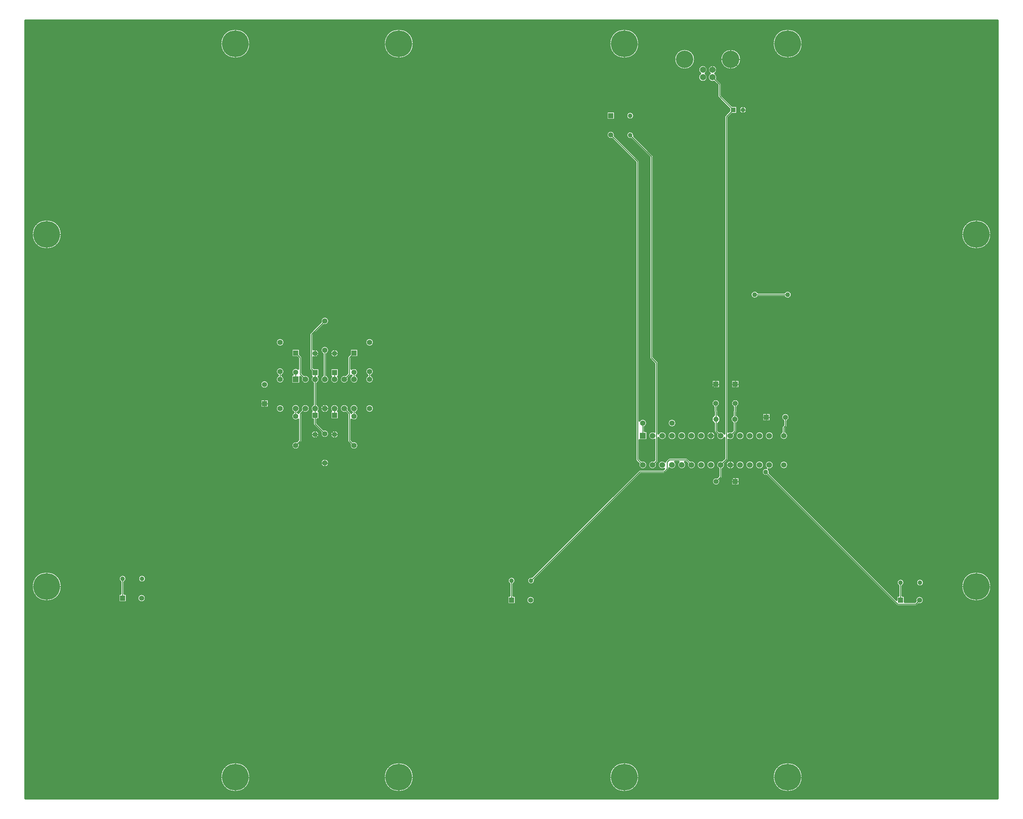
<source format=gbl>
%FSLAX23Y23*%
%MOIN*%
G70*
G01*
G75*
G04 Layer_Physical_Order=2*
%ADD10C,0.020*%
%ADD11R,1.800X1.800*%
%ADD12C,0.010*%
%ADD13R,0.059X0.059*%
%ADD14C,0.059*%
%ADD15C,0.053*%
%ADD16R,0.053X0.053*%
%ADD17C,0.055*%
%ADD18P,0.055X8X0*%
%ADD19C,0.047*%
%ADD20R,0.047X0.047*%
%ADD21C,0.065*%
%ADD22C,0.180*%
%ADD23C,0.275*%
%ADD24C,0.050*%
D10*
X373Y2180D02*
G03*
X373Y2180I-153J0D01*
G01*
X1039Y2260D02*
G03*
X980Y2227I-39J0D01*
G01*
X2312Y220D02*
G03*
X2312Y220I-153J0D01*
G01*
X1238Y2060D02*
G03*
X1238Y2060I-42J0D01*
G01*
X3993Y220D02*
G03*
X3993Y220I-153J0D01*
G01*
X1020Y2227D02*
G03*
X1039Y2260I-20J33D01*
G01*
X1239D02*
G03*
X1239Y2260I-39J0D01*
G01*
X2792Y3671D02*
G03*
X2823Y3630I-12J-41D01*
G01*
G03*
X2821Y3642I-43J0D01*
G01*
X2841Y3663D02*
G03*
X2847Y3677I-14J14D01*
G01*
X2841Y3663D02*
G03*
X2847Y3677I-14J14D01*
G01*
X3123Y3450D02*
G03*
X3123Y3450I-43J0D01*
G01*
X3313Y3677D02*
G03*
X3319Y3663I20J0D01*
G01*
X5020Y2207D02*
G03*
X5039Y2240I-20J33D01*
G01*
G03*
X4980Y2207I-39J0D01*
G01*
X3339Y3642D02*
G03*
X3423Y3630I41J-12D01*
G01*
G03*
X3368Y3671I-43J0D01*
G01*
X2760Y3968D02*
G03*
X2807Y3897I20J-38D01*
G01*
X3022Y3743D02*
G03*
X3022Y3743I-42J0D01*
G01*
X2960Y3850D02*
G03*
X2966Y3836I20J0D01*
G01*
X2960Y3850D02*
G03*
X2966Y3836I20J0D01*
G01*
X2813Y3971D02*
G03*
X2808Y3962I14J-14D01*
G01*
X2663Y4010D02*
G03*
X2663Y4010I-43J0D01*
G01*
X2813Y3971D02*
G03*
X2808Y3962I14J-14D01*
G01*
X2825Y4010D02*
G03*
X2760Y3970I-45J0D01*
G01*
X2800D02*
G03*
X2825Y4010I-20J40D01*
G01*
X2866Y3968D02*
G03*
X2925Y4010I14J42D01*
G01*
X2960Y4050D02*
G03*
X2946Y3982I20J-40D01*
G01*
X2925Y4010D02*
G03*
X2838Y3996I-45J0D01*
G01*
X3039Y3762D02*
G03*
X3123Y3750I41J-12D01*
G01*
G03*
X3068Y3791I-43J0D01*
G01*
X3222Y3743D02*
G03*
X3222Y3743I-42J0D01*
G01*
X3313Y3677D02*
G03*
X3319Y3663I20J0D01*
G01*
X3353Y3897D02*
G03*
X3423Y3930I27J33D01*
G01*
X3014Y3982D02*
G03*
X3025Y4010I-34J28D01*
G01*
X3125D02*
G03*
X3125Y4010I-45J0D01*
G01*
X3025D02*
G03*
X3000Y4050I-45J0D01*
G01*
X3225Y4010D02*
G03*
X3146Y3982I-45J0D01*
G01*
X3214D02*
G03*
X3225Y4010I-34J28D01*
G01*
X3423Y3930D02*
G03*
X3400Y3968I-43J0D01*
G01*
X3352Y3962D02*
G03*
X3347Y3971I-19J-5D01*
G01*
X3352Y3962D02*
G03*
X3347Y3971I-19J-5D01*
G01*
X3325Y4010D02*
G03*
X3294Y3968I-45J0D01*
G01*
X3322Y3996D02*
G03*
X3325Y4010I-42J14D01*
G01*
X3425D02*
G03*
X3360Y3970I-45J0D01*
G01*
X3583Y4010D02*
G03*
X3583Y4010I-43J0D01*
G01*
X3400Y3970D02*
G03*
X3425Y4010I-20J40D01*
G01*
X6312Y220D02*
G03*
X6312Y220I-153J0D01*
G01*
X5238Y2040D02*
G03*
X5238Y2040I-42J0D01*
G01*
X5209Y2278D02*
G03*
X5239Y2240I-9J-38D01*
G01*
X6320Y3380D02*
G03*
X6306Y3374I0J-20D01*
G01*
X6275Y3485D02*
G03*
X6281Y3471I20J0D01*
G01*
X6275Y3485D02*
G03*
X6281Y3471I20J0D01*
G01*
X6320Y3380D02*
G03*
X6306Y3374I0J-20D01*
G01*
X6308Y3444D02*
G03*
X6395Y3430I42J-14D01*
G01*
X2502Y4257D02*
G03*
X2502Y4257I-42J0D01*
G01*
X2600Y4348D02*
G03*
X2663Y4310I20J-38D01*
G01*
X2838Y4324D02*
G03*
X2925Y4310I42J-14D01*
G01*
X2663D02*
G03*
X2640Y4348I-43J0D01*
G01*
X2663Y4390D02*
G03*
X2600Y4352I-43J0D01*
G01*
X2640D02*
G03*
X2663Y4390I-20J38D01*
G01*
X2806Y4416D02*
G03*
X2750Y4355I-26J-32D01*
G01*
X2925Y4310D02*
G03*
X2866Y4352I-45J0D01*
G01*
X2923Y4417D02*
G03*
X2929Y4403I20J0D01*
G01*
X2923Y4417D02*
G03*
X2929Y4403I20J0D01*
G01*
X2946Y4338D02*
G03*
X2960Y4270I34J-28D01*
G01*
X3000D02*
G03*
X3025Y4310I-20J40D01*
G01*
G03*
X3014Y4338I-45J0D01*
G01*
X3060Y4350D02*
G03*
X3125Y4310I20J-40D01*
G01*
X3146Y4338D02*
G03*
X3225Y4310I34J-28D01*
G01*
X3125D02*
G03*
X3100Y4350I-45J0D01*
G01*
X3225Y4310D02*
G03*
X3214Y4338I-45J0D01*
G01*
X3294Y4352D02*
G03*
X3325Y4310I-14J-42D01*
G01*
X3357Y4348D02*
G03*
X3425Y4310I23J-38D01*
G01*
X3325D02*
G03*
X3322Y4324I-45J0D01*
G01*
X3520Y4348D02*
G03*
X3583Y4310I20J-38D01*
G01*
X3425D02*
G03*
X3403Y4348I-45J0D01*
G01*
X3583Y4310D02*
G03*
X3560Y4348I-43J0D01*
G01*
X3422Y4383D02*
G03*
X3354Y4416I-42J0D01*
G01*
X3403Y4348D02*
G03*
X3422Y4383I-23J35D01*
G01*
X3583Y4390D02*
G03*
X3520Y4352I-43J0D01*
G01*
X2663Y4690D02*
G03*
X2663Y4690I-43J0D01*
G01*
X373Y5800D02*
G03*
X373Y5800I-153J0D01*
G01*
X2312Y7760D02*
G03*
X2312Y7760I-153J0D01*
G01*
X2846Y4534D02*
G03*
X2840Y4548I-20J0D01*
G01*
X2846Y4534D02*
G03*
X2840Y4548I-20J0D01*
G01*
X2963Y4539D02*
G03*
X3022Y4577I17J38D01*
G01*
X3320Y4548D02*
G03*
X3314Y4534I14J-14D01*
G01*
X3222Y4577D02*
G03*
X3222Y4577I-42J0D01*
G01*
X3320Y4548D02*
G03*
X3314Y4534I14J-14D01*
G01*
X3022Y4577D02*
G03*
X2963Y4615I-42J0D01*
G01*
X2929Y4787D02*
G03*
X2923Y4773I14J-14D01*
G01*
X2929Y4787D02*
G03*
X2923Y4773I14J-14D01*
G01*
X3123Y4610D02*
G03*
X3060Y4572I-43J0D01*
G01*
X3100D02*
G03*
X3123Y4610I-20J38D01*
G01*
Y4910D02*
G03*
X3039Y4898I-43J0D01*
G01*
X3068Y4869D02*
G03*
X3123Y4910I12J41D01*
G01*
X3583Y4690D02*
G03*
X3583Y4690I-43J0D01*
G01*
X3560Y4352D02*
G03*
X3583Y4390I-20J38D01*
G01*
X6315Y6548D02*
G03*
X6309Y6562I-20J0D01*
G01*
X6315Y6548D02*
G03*
X6309Y6562I-20J0D01*
G01*
X3993Y7760D02*
G03*
X3993Y7760I-153J0D01*
G01*
X6062Y6823D02*
G03*
X6032Y6783I-42J0D01*
G01*
X6060Y6812D02*
G03*
X6062Y6823I-40J12D01*
G01*
X6259Y6820D02*
G03*
X6229Y6782I-39J0D01*
G01*
X6259Y7020D02*
G03*
X6259Y7020I-39J0D01*
G01*
X6312Y7760D02*
G03*
X6312Y7760I-153J0D01*
G01*
X6568Y3340D02*
G03*
X6582Y3346I0J20D01*
G01*
X6395Y3430D02*
G03*
X6336Y3472I-45J0D01*
G01*
X6464D02*
G03*
X6495Y3430I-14J-42D01*
G01*
G03*
X6492Y3444I-45J0D01*
G01*
X6505Y3457D02*
G03*
X6511Y3471I-14J14D01*
G01*
X6505Y3457D02*
G03*
X6511Y3471I-14J14D01*
G01*
X6568Y3340D02*
G03*
X6582Y3346I0J20D01*
G01*
X6614Y3378D02*
G03*
X6620Y3392I-14J14D01*
G01*
X6614Y3378D02*
G03*
X6620Y3392I-14J14D01*
G01*
X6580Y3462D02*
G03*
X6570Y3390I-31J-32D01*
G01*
X6620Y3397D02*
G03*
X6695Y3430I30J33D01*
G01*
X6586Y3472D02*
G03*
X6580Y3462I14J-14D01*
G01*
X6586Y3472D02*
G03*
X6580Y3462I14J-14D01*
G01*
X6695Y3430D02*
G03*
X6681Y3462I-45J0D01*
G01*
X6719D02*
G03*
X6795Y3430I31J-32D01*
G01*
X6624Y3502D02*
G03*
X6610Y3496I0J-20D01*
G01*
X6624Y3502D02*
G03*
X6610Y3496I0J-20D01*
G01*
X7115Y3300D02*
G03*
X7145Y3260I-12J-40D01*
G01*
G03*
X7143Y3272I-42J0D01*
G01*
X6808Y3444D02*
G03*
X6895Y3430I42J-14D01*
G01*
X6795D02*
G03*
X6781Y3462I-45J0D01*
G01*
X6895Y3430D02*
G03*
X6836Y3472I-45J0D01*
G01*
X6995Y3430D02*
G03*
X6995Y3430I-45J0D01*
G01*
X7095D02*
G03*
X7095Y3430I-45J0D01*
G01*
X7164Y3472D02*
G03*
X7130Y3390I-14J-42D01*
G01*
X7164Y3293D02*
G03*
X7170Y3307I-14J14D01*
G01*
X7164Y3293D02*
G03*
X7170Y3307I-14J14D01*
G01*
Y3390D02*
G03*
X7195Y3430I-20J40D01*
G01*
G03*
X7192Y3444I-45J0D01*
G01*
X7295Y3430D02*
G03*
X7295Y3430I-45J0D01*
G01*
X6812Y3496D02*
G03*
X6798Y3502I-14J-14D01*
G01*
X6812Y3496D02*
G03*
X6798Y3502I-14J-14D01*
G01*
X7223Y3475D02*
G03*
X7229Y3489I-14J14D01*
G01*
X7223Y3475D02*
G03*
X7229Y3489I-14J14D01*
G01*
X6471Y3769D02*
G03*
X6471Y3691I-21J-39D01*
G01*
X6511Y3709D02*
G03*
X6595Y3730I39J21D01*
G01*
X6370Y3822D02*
G03*
X6393Y3860I-20J38D01*
G01*
X6595Y3730D02*
G03*
X6511Y3751I-45J0D01*
G01*
X6695Y3730D02*
G03*
X6695Y3730I-45J0D01*
G01*
X6693Y3860D02*
G03*
X6693Y3860I-43J0D01*
G01*
X6795Y3730D02*
G03*
X6795Y3730I-45J0D01*
G01*
X6895D02*
G03*
X6895Y3730I-45J0D01*
G01*
X6995D02*
G03*
X6995Y3730I-45J0D01*
G01*
X7095D02*
G03*
X7095Y3730I-45J0D01*
G01*
X6393Y3860D02*
G03*
X6315Y3884I-43J0D01*
G01*
X7084Y3776D02*
G03*
X7090Y3762I20J0D01*
G01*
X7084Y3776D02*
G03*
X7090Y3762I20J0D01*
G01*
X7108Y3744D02*
G03*
X7189Y3709I42J-14D01*
G01*
Y3751D02*
G03*
X7136Y3772I-39J-21D01*
G01*
X7229Y3691D02*
G03*
X7295Y3730I21J39D01*
G01*
G03*
X7292Y3744I-45J0D01*
G01*
X7264Y3772D02*
G03*
X7229Y3769I-14J-42D01*
G01*
X7310Y3762D02*
G03*
X7316Y3776I-14J14D01*
G01*
X7310Y3762D02*
G03*
X7316Y3776I-14J14D01*
G01*
X7276Y3938D02*
G03*
X7276Y3862I20J-38D01*
G01*
X7080Y3983D02*
G03*
X7084Y3971I20J0D01*
G01*
X7080Y3983D02*
G03*
X7084Y3971I20J0D01*
G01*
X7124Y3979D02*
G03*
X7120Y3991I-20J0D01*
G01*
X7124Y3979D02*
G03*
X7120Y3991I-20J0D01*
G01*
X7142Y4063D02*
G03*
X7080Y4027I-42J0D01*
G01*
X7120D02*
G03*
X7142Y4063I-20J36D01*
G01*
X7280Y3991D02*
G03*
X7276Y3979I16J-12D01*
G01*
X7280Y3991D02*
G03*
X7276Y3979I16J-12D01*
G01*
X7992Y220D02*
G03*
X7992Y220I-153J0D01*
G01*
X8957Y1986D02*
G03*
X8971Y1980I14J14D01*
G01*
X8957Y1986D02*
G03*
X8971Y1980I14J14D01*
G01*
X9157D02*
G03*
X9171Y1986I0J20D01*
G01*
X9157Y1980D02*
G03*
X9171Y1986I0J20D01*
G01*
X9185Y2000D02*
G03*
X9238Y2040I12J40D01*
G01*
G03*
X9157Y2028I-42J0D01*
G01*
X9932Y2180D02*
G03*
X9932Y2180I-153J0D01*
G01*
X9039Y2220D02*
G03*
X8980Y2187I-39J0D01*
G01*
X9020D02*
G03*
X9039Y2220I-20J33D01*
G01*
X9239D02*
G03*
X9239Y2220I-39J0D01*
G01*
X7395Y3430D02*
G03*
X7395Y3430I-45J0D01*
G01*
Y3730D02*
G03*
X7395Y3730I-45J0D01*
G01*
X7495Y3430D02*
G03*
X7495Y3430I-45J0D01*
G01*
Y3730D02*
G03*
X7495Y3730I-45J0D01*
G01*
X7595Y3430D02*
G03*
X7595Y3430I-45J0D01*
G01*
X7621Y3396D02*
G03*
X7624Y3318I-7J-39D01*
G01*
X7595Y3730D02*
G03*
X7595Y3730I-45J0D01*
G01*
X7316Y3862D02*
G03*
X7339Y3900I-20J38D01*
G01*
G03*
X7316Y3938I-43J0D01*
G01*
Y3971D02*
G03*
X7320Y3983I-16J12D01*
G01*
X7342Y4063D02*
G03*
X7280Y4027I-42J0D01*
G01*
X7316Y3971D02*
G03*
X7320Y3983I-16J12D01*
G01*
Y4027D02*
G03*
X7342Y4063I-20J36D01*
G01*
X7654Y3357D02*
G03*
X7641Y3386I-40J0D01*
G01*
X7653Y3347D02*
G03*
X7654Y3357I-39J10D01*
G01*
X7641Y3386D02*
G03*
X7695Y3430I9J44D01*
G01*
G03*
X7621Y3396I-45J0D01*
G01*
X7695Y3730D02*
G03*
X7695Y3730I-45J0D01*
G01*
X7843Y3430D02*
G03*
X7843Y3430I-43J0D01*
G01*
X7780Y3768D02*
G03*
X7843Y3730I20J-38D01*
G01*
G03*
X7820Y3768I-43J0D01*
G01*
X7786Y3830D02*
G03*
X7780Y3816I14J-14D01*
G01*
X7786Y3830D02*
G03*
X7780Y3816I14J-14D01*
G01*
X7831Y3819D02*
G03*
X7837Y3833I-14J14D01*
G01*
X7831Y3819D02*
G03*
X7837Y3833I-14J14D01*
G01*
X7858Y3920D02*
G03*
X7797Y3884I-42J0D01*
G01*
X7837D02*
G03*
X7858Y3920I-20J36D01*
G01*
X6420Y4530D02*
G03*
X6426Y4516I20J0D01*
G01*
X6420Y4530D02*
G03*
X6426Y4516I20J0D01*
G01*
X6511Y4479D02*
G03*
X6505Y4493I-20J0D01*
G01*
X6511Y4479D02*
G03*
X6505Y4493I-20J0D01*
G01*
X6460Y6600D02*
G03*
X6454Y6614I-20J0D01*
G01*
X6460Y6600D02*
G03*
X6454Y6614I-20J0D01*
G01*
X6941Y7454D02*
G03*
X7015Y7415I27J-39D01*
G01*
G03*
X6994Y7454I-47J0D01*
G01*
X7040D02*
G03*
X7083Y7370I27J-39D01*
G01*
X7111Y7398D02*
G03*
X7114Y7415I-45J16D01*
G01*
G03*
X7093Y7454I-47J0D01*
G01*
X7015Y7493D02*
G03*
X6941Y7454I-47J0D01*
G01*
X6994D02*
G03*
X7015Y7493I-27J39D01*
G01*
X6885Y7600D02*
G03*
X6885Y7600I-105J0D01*
G01*
X7114Y7493D02*
G03*
X7040Y7454I-47J0D01*
G01*
X7093D02*
G03*
X7114Y7493I-27J39D01*
G01*
X7118Y7222D02*
G03*
X7124Y7208I20J0D01*
G01*
X7118Y7222D02*
G03*
X7124Y7208I20J0D01*
G01*
X7158Y7343D02*
G03*
X7152Y7357I-20J0D01*
G01*
X7158Y7343D02*
G03*
X7152Y7357I-20J0D01*
G01*
X7535Y5200D02*
G03*
X7535Y5160I-35J-20D01*
G01*
X7805D02*
G03*
X7880Y5180I35J20D01*
G01*
G03*
X7805Y5200I-40J0D01*
G01*
X9932Y5800D02*
G03*
X9932Y5800I-153J0D01*
G01*
X7359Y7600D02*
G03*
X7359Y7600I-105J0D01*
G01*
X7195Y7023D02*
G03*
X7189Y7009I14J-14D01*
G01*
X7195Y7023D02*
G03*
X7189Y7009I14J-14D01*
G01*
X7419Y7080D02*
G03*
X7419Y7080I-39J0D01*
G01*
X7992Y7760D02*
G03*
X7992Y7760I-153J0D01*
G01*
X0Y2052D02*
X137D01*
X0Y2034D02*
X176D01*
X0Y2088D02*
X98D01*
X0Y2070D02*
X114D01*
X264Y2034D02*
X958D01*
Y2018D02*
X1042D01*
X303Y2052D02*
X958D01*
X326Y2070D02*
X958D01*
X342Y2088D02*
X958D01*
X0Y2124D02*
X78D01*
X0Y2106D02*
X87D01*
X353D02*
X980D01*
X958Y2018D02*
Y2102D01*
X980D01*
Y2227D01*
X362Y2124D02*
X980D01*
X1020Y2102D02*
Y2227D01*
X0Y90D02*
X2080D01*
X0Y72D02*
X2123D01*
X0Y144D02*
X2028D01*
X0Y108D02*
X2056D01*
X0Y126D02*
X2040D01*
X0Y180D02*
X2013D01*
X0Y162D02*
X2019D01*
X0Y216D02*
X2008D01*
X0Y198D02*
X2009D01*
X0Y234D02*
X2008D01*
X0Y252D02*
X2011D01*
X0Y270D02*
X2016D01*
X0Y288D02*
X2023D01*
X0Y306D02*
X2034D01*
X0Y324D02*
X2048D01*
X0Y342D02*
X2069D01*
X0Y360D02*
X2100D01*
X1020Y2102D02*
X1042D01*
X0Y2016D02*
X4958D01*
X1020Y2106D02*
X4980D01*
X0Y2160D02*
X69D01*
X0Y2142D02*
X72D01*
X0Y2178D02*
X68D01*
X0Y2196D02*
X68D01*
X0Y2214D02*
X71D01*
X368Y2142D02*
X980D01*
X371Y2160D02*
X980D01*
X0Y2232D02*
X77D01*
X0Y2250D02*
X85D01*
X0Y2268D02*
X95D01*
X0Y2286D02*
X110D01*
X0Y2304D02*
X131D01*
X0Y2322D02*
X164D01*
X363Y2232D02*
X973D01*
X355Y2250D02*
X963D01*
X345Y2268D02*
X962D01*
X330Y2286D02*
X971D01*
X372Y2178D02*
X980D01*
X1020Y2124D02*
X4980D01*
X372Y2196D02*
X980D01*
X369Y2214D02*
X980D01*
X1020Y2142D02*
X4980D01*
X1020Y2160D02*
X4980D01*
X1020Y2214D02*
X4971D01*
X1020Y2178D02*
X4980D01*
X1020Y2196D02*
X4980D01*
X0Y3438D02*
X3039D01*
X0Y3420D02*
X3050D01*
X0Y3456D02*
X3038D01*
X0Y3474D02*
X3045D01*
X0Y3492D02*
X3073D01*
X0Y3618D02*
X2739D01*
X0Y3600D02*
X2750D01*
X0Y3636D02*
X2738D01*
X0Y3654D02*
X2745D01*
X0Y3672D02*
X2773D01*
X2292Y144D02*
X3708D01*
X2307Y180D02*
X3693D01*
X2301Y162D02*
X3699D01*
X2311Y198D02*
X3689D01*
X2312Y216D02*
X3688D01*
X2312Y234D02*
X3688D01*
X1042Y2018D02*
Y2102D01*
Y2052D02*
X1156D01*
X1042Y2034D02*
X1164D01*
X2309Y252D02*
X3691D01*
X2304Y270D02*
X3696D01*
X2296Y288D02*
X3704D01*
X2286Y306D02*
X3714D01*
X2240Y90D02*
X3760D01*
X2197Y72D02*
X3803D01*
X2263Y108D02*
X3737D01*
X2251Y342D02*
X3749D01*
X2220Y360D02*
X3780D01*
X2280Y126D02*
X3720D01*
X2272Y324D02*
X3728D01*
X1229Y2034D02*
X4958D01*
Y1998D02*
X5042D01*
X1238Y2052D02*
X4958D01*
Y1998D02*
Y2082D01*
X5042Y1998D02*
Y2082D01*
Y2034D02*
X5156D01*
X5042Y2016D02*
X5163D01*
X5042Y2052D02*
X5157D01*
X1027Y2232D02*
X1173D01*
X1037Y2250D02*
X1163D01*
X1038Y2268D02*
X1162D01*
X1029Y2286D02*
X1171D01*
X1042Y2070D02*
X1156D01*
X1042Y2088D02*
X1166D01*
X2821Y3642D02*
X2841Y3663D01*
X2846Y3672D02*
X3314D01*
X1237Y2070D02*
X4958D01*
Y2082D02*
X4980D01*
X1227Y2232D02*
X4962D01*
X1228Y2088D02*
X4980D01*
X1237Y2250D02*
X4963D01*
X4980Y2082D02*
Y2207D01*
X5020Y2082D02*
X5042D01*
X5020D02*
Y2207D01*
X5038Y2232D02*
X5162D01*
X2810Y3600D02*
X3350D01*
X1238Y2268D02*
X4973D01*
X2832Y3654D02*
X3328D01*
X2821Y3618D02*
X3339D01*
X2822Y3636D02*
X3338D01*
X5037Y2250D02*
X5163D01*
X3319Y3663D02*
X3339Y3642D01*
X0Y3690D02*
X2807D01*
X0Y3708D02*
X2807D01*
X0Y3726D02*
X2807D01*
X0Y3744D02*
X2807D01*
X2792Y3671D02*
X2807Y3685D01*
X2847Y3726D02*
X2942D01*
X0Y3762D02*
X2807D01*
X2847Y3744D02*
X2938D01*
X0Y3780D02*
X2807D01*
X0Y3798D02*
X2807D01*
X0Y3816D02*
X2807D01*
X0Y3834D02*
X2807D01*
X0Y3852D02*
X2807D01*
X0Y3870D02*
X2807D01*
X0Y0D02*
Y8000D01*
X2847Y3677D02*
Y3949D01*
X0Y3888D02*
X2773D01*
X2807Y3685D02*
Y3897D01*
X2847Y3690D02*
X3313D01*
X2847Y3762D02*
X2943D01*
X2847Y3708D02*
X2958D01*
X2847Y3780D02*
X2961D01*
X2999D02*
X3022D01*
X2847Y3816D02*
X2986D01*
X2847Y3798D02*
X3004D01*
X2847Y3852D02*
X2960D01*
X2847Y3834D02*
X2968D01*
X2847Y3870D02*
X2960D01*
X2966Y3836D02*
X3039Y3762D01*
X3000Y3858D02*
X3068Y3791D01*
X2960Y3850D02*
Y3898D01*
X0Y3924D02*
X2738D01*
X0Y3906D02*
X2745D01*
X0Y3978D02*
X2592D01*
X0Y3942D02*
X2739D01*
X0Y3960D02*
X2750D01*
X2787Y3888D02*
X2807D01*
X0Y3996D02*
X2580D01*
X2648Y3978D02*
X2749D01*
X2660Y3996D02*
X2738D01*
X2418Y4018D02*
X2502D01*
X0Y4014D02*
X2578D01*
X2418Y4018D02*
Y4102D01*
X0Y4032D02*
X2418D01*
X2662Y4014D02*
X2736D01*
X2502Y4018D02*
Y4102D01*
Y4032D02*
X2584D01*
X2656D02*
X2741D01*
X2847Y3906D02*
X2938D01*
X2847Y3888D02*
X2960D01*
X2847Y3924D02*
X2938D01*
X2847Y3942D02*
X2938D01*
Y3898D02*
Y3982D01*
Y3898D02*
X2960D01*
X2847Y3949D02*
X2866Y3968D01*
X2858Y3960D02*
X2938D01*
X2911Y3978D02*
X2938D01*
X2824Y4014D02*
X2836D01*
X2813Y3971D02*
X2838Y3996D01*
X2822Y3996D02*
X2838D01*
X2922D02*
X2938D01*
X2924Y4014D02*
X2936D01*
X3002Y3708D02*
X3073D01*
X3087D02*
X3158D01*
X3022Y3744D02*
X3038D01*
X3018Y3726D02*
X3045D01*
X3017Y3762D02*
X3039D01*
X3115Y3726D02*
X3142D01*
X3122Y3744D02*
X3138D01*
X3000Y3858D02*
Y3898D01*
X3022D01*
Y3906D02*
X3138D01*
X3022Y3898D02*
Y3982D01*
X3138Y3898D02*
Y3982D01*
X3121Y3762D02*
X3143D01*
X3110Y3780D02*
X3161D01*
X3202Y3708D02*
X3313D01*
X3199Y3780D02*
X3313D01*
X3060Y3798D02*
X3313D01*
X3042Y3816D02*
X3313D01*
X3353Y3685D02*
X3368Y3671D01*
X3218Y3726D02*
X3313D01*
X3222Y3744D02*
X3313D01*
X3217Y3762D02*
X3313D01*
X3024Y3834D02*
X3313D01*
X3006Y3852D02*
X3313D01*
X3138Y3898D02*
X3222D01*
X3000Y3870D02*
X3313D01*
X3000Y3888D02*
X3313D01*
Y3677D02*
Y3949D01*
X3353Y3685D02*
Y3897D01*
X3222Y3898D02*
Y3982D01*
X3353Y3888D02*
X3373D01*
X3022Y3924D02*
X3138D01*
X3022Y3942D02*
X3138D01*
X3022Y3996D02*
X3038D01*
X3022Y3960D02*
X3138D01*
X3022Y3978D02*
X3049D01*
X3111D02*
X3138D01*
X3122Y3996D02*
X3138D01*
X3222D02*
X3238D01*
X3024Y4014D02*
X3036D01*
X3124D02*
X3136D01*
X3224D02*
X3236D01*
X3222Y3906D02*
X3313D01*
X3222Y3924D02*
X3313D01*
X3222Y3978D02*
X3249D01*
X3222Y3942D02*
X3313D01*
X3222Y3960D02*
X3302D01*
X3294Y3968D02*
X3313Y3949D01*
X3411Y3978D02*
X3512D01*
X3322Y3996D02*
X3347Y3971D01*
X3322Y3996D02*
X3338D01*
X3324Y4014D02*
X3336D01*
X3422Y3996D02*
X3500D01*
X3424Y4014D02*
X3498D01*
X0Y0D02*
X10000D01*
X0Y18D02*
X10000D01*
X0Y36D02*
X10000D01*
X0Y54D02*
X10000D01*
X0Y378D02*
X10000D01*
X0Y396D02*
X10000D01*
X0Y414D02*
X10000D01*
X0Y432D02*
X10000D01*
X0Y450D02*
X10000D01*
X0Y468D02*
X10000D01*
X0Y486D02*
X10000D01*
X0Y504D02*
X10000D01*
X0Y522D02*
X10000D01*
X0Y540D02*
X10000D01*
X0Y558D02*
X10000D01*
X0Y576D02*
X10000D01*
X0Y594D02*
X10000D01*
X0Y612D02*
X10000D01*
X0Y630D02*
X10000D01*
X0Y648D02*
X10000D01*
X0Y666D02*
X10000D01*
X0Y684D02*
X10000D01*
X0Y702D02*
X10000D01*
X0Y720D02*
X10000D01*
X0Y738D02*
X10000D01*
X0Y756D02*
X10000D01*
X0Y774D02*
X10000D01*
X0Y792D02*
X10000D01*
X0Y810D02*
X10000D01*
X0Y828D02*
X10000D01*
X0Y846D02*
X10000D01*
X0Y864D02*
X10000D01*
X0Y882D02*
X10000D01*
X0Y900D02*
X10000D01*
X0Y918D02*
X10000D01*
X0Y936D02*
X10000D01*
X0Y954D02*
X10000D01*
X0Y972D02*
X10000D01*
X0Y990D02*
X10000D01*
X0Y1008D02*
X10000D01*
X0Y1026D02*
X10000D01*
X0Y1044D02*
X10000D01*
X0Y1062D02*
X10000D01*
X0Y1080D02*
X10000D01*
X0Y1098D02*
X10000D01*
X0Y1116D02*
X10000D01*
X0Y1134D02*
X10000D01*
X0Y1152D02*
X10000D01*
X0Y1170D02*
X10000D01*
X0Y1188D02*
X10000D01*
X0Y1206D02*
X10000D01*
X0Y1224D02*
X10000D01*
X0Y1242D02*
X10000D01*
X0Y1260D02*
X10000D01*
X0Y1278D02*
X10000D01*
X0Y1296D02*
X10000D01*
X0Y1314D02*
X10000D01*
X0Y1332D02*
X10000D01*
X0Y1350D02*
X10000D01*
X0Y1368D02*
X10000D01*
X0Y1386D02*
X10000D01*
X0Y1404D02*
X10000D01*
X0Y1422D02*
X10000D01*
X0Y1440D02*
X10000D01*
X0Y1458D02*
X10000D01*
X0Y1476D02*
X10000D01*
X0Y1494D02*
X10000D01*
X0Y1512D02*
X10000D01*
X0Y1530D02*
X10000D01*
X0Y1548D02*
X10000D01*
X0Y1566D02*
X10000D01*
X0Y1584D02*
X10000D01*
X0Y1602D02*
X10000D01*
X0Y1620D02*
X10000D01*
X0Y1638D02*
X10000D01*
X0Y1656D02*
X10000D01*
X0Y1674D02*
X10000D01*
X0Y1692D02*
X10000D01*
X0Y1710D02*
X10000D01*
X3920Y90D02*
X6080D01*
X3877Y72D02*
X6123D01*
X3972Y144D02*
X6028D01*
X3944Y108D02*
X6056D01*
X3960Y126D02*
X6040D01*
X3981Y162D02*
X6019D01*
X3991Y198D02*
X6009D01*
X3987Y180D02*
X6013D01*
X3992Y216D02*
X6008D01*
X3977Y288D02*
X6023D01*
X3966Y306D02*
X6034D01*
X3952Y324D02*
X6048D01*
X3931Y342D02*
X6069D01*
X3900Y360D02*
X6100D01*
X3992Y234D02*
X6008D01*
X3989Y252D02*
X6011D01*
X3984Y270D02*
X6016D01*
X6240Y90D02*
X7760D01*
X6197Y72D02*
X7803D01*
X6264Y108D02*
X7736D01*
X6280Y126D02*
X7720D01*
X6301Y162D02*
X7699D01*
X6292Y144D02*
X7708D01*
X6311Y198D02*
X7689D01*
X6307Y180D02*
X7693D01*
X6312Y216D02*
X7688D01*
X6272Y324D02*
X7728D01*
X6252Y342D02*
X7748D01*
X6220Y360D02*
X7780D01*
X0Y1728D02*
X10000D01*
X6312Y234D02*
X7688D01*
X6309Y252D02*
X7691D01*
X6304Y270D02*
X7696D01*
X6297Y288D02*
X7703D01*
X6286Y306D02*
X7714D01*
X5020Y2124D02*
X8819D01*
X5020Y2106D02*
X8837D01*
X5020Y2178D02*
X8765D01*
X5020Y2142D02*
X8801D01*
X5020Y2160D02*
X8783D01*
X5042Y2070D02*
X5168D01*
X5029Y2214D02*
X5171D01*
X5020Y2196D02*
X8747D01*
X5229Y2214D02*
X8729D01*
X5027Y2268D02*
X5173D01*
X1229Y2286D02*
X5218D01*
X309Y2304D02*
X5236D01*
X276Y2322D02*
X5254D01*
X5238Y2250D02*
X8693D01*
X5238Y2232D02*
X8711D01*
X5292Y2304D02*
X8639D01*
X5256Y2268D02*
X8675D01*
X5274Y2286D02*
X8657D01*
X0Y1746D02*
X10000D01*
X0Y1764D02*
X10000D01*
X0Y1782D02*
X10000D01*
X0Y1800D02*
X10000D01*
X0Y1818D02*
X10000D01*
X0Y1836D02*
X10000D01*
X0Y1854D02*
X10000D01*
X0Y1872D02*
X10000D01*
X0Y1890D02*
X10000D01*
X0Y1908D02*
X10000D01*
X0Y1926D02*
X10000D01*
X0Y1944D02*
X10000D01*
X0Y1998D02*
X8945D01*
X0Y1962D02*
X10000D01*
X0Y1980D02*
X8971D01*
X5238Y2034D02*
X8909D01*
X5231Y2016D02*
X8927D01*
X5020Y2088D02*
X8855D01*
X5237Y2052D02*
X8891D01*
X5226Y2070D02*
X8873D01*
X0Y2340D02*
X5272D01*
X0Y2358D02*
X5290D01*
X0Y2376D02*
X5308D01*
X0Y2394D02*
X5326D01*
X0Y2412D02*
X5344D01*
X0Y2430D02*
X5362D01*
X0Y2448D02*
X5380D01*
X0Y2466D02*
X5398D01*
X0Y2484D02*
X5416D01*
X0Y2502D02*
X5434D01*
X0Y2520D02*
X5452D01*
X0Y2538D02*
X5470D01*
X0Y2556D02*
X5488D01*
X0Y2574D02*
X5506D01*
X0Y2592D02*
X5524D01*
X0Y2610D02*
X5542D01*
X0Y2628D02*
X5560D01*
X0Y2646D02*
X5578D01*
X0Y2664D02*
X5596D01*
X0Y2682D02*
X5614D01*
X0Y2700D02*
X5632D01*
X0Y2718D02*
X5650D01*
X0Y2736D02*
X5668D01*
X0Y2754D02*
X5686D01*
X0Y2772D02*
X5704D01*
X0Y2790D02*
X5722D01*
X0Y2808D02*
X5740D01*
X0Y2826D02*
X5758D01*
X0Y2844D02*
X5776D01*
X0Y2862D02*
X5794D01*
X0Y2880D02*
X5812D01*
X0Y2898D02*
X5830D01*
X0Y2916D02*
X5848D01*
X0Y2934D02*
X5866D01*
X0Y2952D02*
X5884D01*
X0Y2970D02*
X5902D01*
X0Y2988D02*
X5920D01*
X0Y3006D02*
X5938D01*
X0Y3024D02*
X5956D01*
X0Y3042D02*
X5974D01*
X0Y3060D02*
X5992D01*
X0Y3078D02*
X6010D01*
X0Y3096D02*
X6028D01*
X0Y3114D02*
X6046D01*
X0Y3132D02*
X6064D01*
X0Y3150D02*
X6082D01*
X0Y3168D02*
X6100D01*
X0Y3186D02*
X6118D01*
X0Y3204D02*
X6136D01*
X0Y3222D02*
X6154D01*
X0Y3240D02*
X6172D01*
X0Y3258D02*
X6190D01*
X0Y3276D02*
X6208D01*
X0Y3294D02*
X6226D01*
X0Y3312D02*
X6244D01*
X0Y3330D02*
X6262D01*
X3087Y3492D02*
X6275D01*
X0Y3510D02*
X6275D01*
X0Y3528D02*
X6275D01*
X0Y3348D02*
X6280D01*
X0Y3366D02*
X6298D01*
X0Y3546D02*
X6275D01*
X0Y3384D02*
X6564D01*
X0Y3402D02*
X6315D01*
X3110Y3420D02*
X6307D01*
X3121Y3438D02*
X6306D01*
X0Y3564D02*
X6275D01*
X3122Y3456D02*
X6296D01*
X3115Y3474D02*
X6278D01*
X0Y3582D02*
X6275D01*
X3353Y3690D02*
X6275D01*
X3353Y3708D02*
X6275D01*
X3353Y3726D02*
X6275D01*
X3353Y3744D02*
X6275D01*
X3353Y3762D02*
X6275D01*
X3353Y3780D02*
X6275D01*
X3353Y3798D02*
X6275D01*
X3353Y3816D02*
X6275D01*
X3353Y3834D02*
X6275D01*
X5688Y2700D02*
X8243D01*
X5670Y2682D02*
X8261D01*
X5742Y2754D02*
X8189D01*
X5706Y2718D02*
X8225D01*
X5724Y2736D02*
X8207D01*
X5778Y2790D02*
X8153D01*
X5760Y2772D02*
X8171D01*
X5832Y2844D02*
X8099D01*
X5796Y2808D02*
X8135D01*
X5814Y2826D02*
X8117D01*
X5209Y2278D02*
X6306Y3374D01*
X5238Y2249D02*
X6328Y3340D01*
X5886Y2898D02*
X8045D01*
X5850Y2862D02*
X8081D01*
X5868Y2880D02*
X8063D01*
X5922Y2934D02*
X8009D01*
X5904Y2916D02*
X8027D01*
X5976Y2988D02*
X7955D01*
X5940Y2952D02*
X7991D01*
X5958Y2970D02*
X7973D01*
X5328Y2340D02*
X8603D01*
X5310Y2322D02*
X8621D01*
X5382Y2394D02*
X8549D01*
X5346Y2358D02*
X8585D01*
X5364Y2376D02*
X8567D01*
X5418Y2430D02*
X8513D01*
X5400Y2412D02*
X8531D01*
X5472Y2484D02*
X8459D01*
X5436Y2448D02*
X8495D01*
X5454Y2466D02*
X8477D01*
X5508Y2520D02*
X8423D01*
X5490Y2502D02*
X8441D01*
X5562Y2574D02*
X8369D01*
X5526Y2538D02*
X8405D01*
X5544Y2556D02*
X8387D01*
X5598Y2610D02*
X8333D01*
X5580Y2592D02*
X8351D01*
X5652Y2664D02*
X8279D01*
X5616Y2628D02*
X8315D01*
X5634Y2646D02*
X8297D01*
X3410Y3600D02*
X6275D01*
X3421Y3618D02*
X6275D01*
X3415Y3654D02*
X6275D01*
X3387Y3672D02*
X6275D01*
X3353Y3852D02*
X6275D01*
X6281Y3471D02*
X6308Y3444D01*
X3422Y3636D02*
X6275D01*
X3353Y3870D02*
X6275D01*
X3387Y3888D02*
X6275D01*
X3415Y3906D02*
X6275D01*
X3421Y3942D02*
X6275D01*
X3410Y3960D02*
X6275D01*
Y3485D02*
Y6540D01*
X3422Y3924D02*
X6275D01*
X3568Y3978D02*
X6275D01*
X3580Y3996D02*
X6275D01*
X3582Y4014D02*
X6275D01*
X6012Y3024D02*
X7919D01*
X5994Y3006D02*
X7937D01*
X6066Y3078D02*
X7865D01*
X6030Y3042D02*
X7901D01*
X6048Y3060D02*
X7883D01*
X6102Y3114D02*
X7829D01*
X6084Y3096D02*
X7847D01*
X6156Y3168D02*
X7775D01*
X6120Y3132D02*
X7811D01*
X6138Y3150D02*
X7793D01*
X6192Y3204D02*
X7739D01*
X6174Y3186D02*
X7757D01*
X6246Y3258D02*
X7062D01*
X6210Y3222D02*
X7086D01*
X6228Y3240D02*
X7067D01*
X6264Y3276D02*
X7065D01*
X6282Y3294D02*
X7079D01*
X6300Y3312D02*
X7127D01*
X0Y4050D02*
X2418D01*
X0Y4068D02*
X2418D01*
X0Y4086D02*
X2418D01*
Y4102D02*
X2502D01*
Y4050D02*
X2605D01*
X2635D02*
X2760D01*
X0Y4230D02*
X2428D01*
X0Y4248D02*
X2419D01*
X0Y4266D02*
X2419D01*
X0Y4284D02*
X2429D01*
X2501Y4266D02*
X2735D01*
Y4265D02*
Y4355D01*
X2491Y4284D02*
X2586D01*
X2654D02*
X2735D01*
X2502Y4068D02*
X2960D01*
X0Y4104D02*
X2960D01*
X0Y4122D02*
X2960D01*
X0Y4140D02*
X2960D01*
X0Y4158D02*
X2960D01*
X2819Y4032D02*
X2841D01*
X2919D02*
X2941D01*
X2800Y4050D02*
X2860D01*
X2900D02*
X2960D01*
X2502Y4086D02*
X2960D01*
X0Y4176D02*
X2960D01*
X0Y4194D02*
X2960D01*
X0Y4212D02*
X2960D01*
X2492Y4230D02*
X2960D01*
X2501Y4248D02*
X2960D01*
X2735Y4265D02*
X2825D01*
Y4266D02*
X2873D01*
X2825Y4265D02*
Y4337D01*
X2887Y4266D02*
X2960D01*
X0Y4302D02*
X2578D01*
X0Y4320D02*
X2579D01*
X0Y4338D02*
X2588D01*
X0Y4356D02*
X2594D01*
X2662Y4302D02*
X2735D01*
X2661Y4320D02*
X2735D01*
X2652Y4338D02*
X2735D01*
Y4355D02*
X2750D01*
X2646Y4356D02*
X2749D01*
X0Y4374D02*
X2581D01*
X0Y4392D02*
X2577D01*
X0Y4410D02*
X2582D01*
X0Y4428D02*
X2601D01*
X2659Y4374D02*
X2739D01*
X2663Y4392D02*
X2739D01*
X2658Y4410D02*
X2748D01*
X2825Y4302D02*
X2836D01*
X2825Y4284D02*
X2844D01*
X2825Y4320D02*
X2837D01*
X2825Y4337D02*
X2838Y4324D01*
X2862Y4356D02*
X2938D01*
X2924Y4302D02*
X2936D01*
X2916Y4284D02*
X2944D01*
X2923Y4320D02*
X2937D01*
X2915Y4338D02*
X2945D01*
X2846Y4372D02*
X2866Y4352D01*
X2846Y4374D02*
X2938D01*
X2639Y4428D02*
X2806D01*
X2846Y4392D02*
X2938D01*
X0Y4446D02*
X2806D01*
X2846Y4410D02*
X2924D01*
X2846Y4428D02*
X2923D01*
X2846Y4446D02*
X2923D01*
X2960Y4050D02*
Y4270D01*
X3000Y4050D02*
X3060D01*
X3000Y4050D02*
Y4270D01*
Y4266D02*
X3073D01*
X3016Y4284D02*
X3044D01*
X3019Y4032D02*
X3041D01*
X3119D02*
X3141D01*
X3116Y4284D02*
X3144D01*
X3100Y4050D02*
X3160D01*
X3087Y4266D02*
X3173D01*
X3024Y4302D02*
X3036D01*
X3023Y4320D02*
X3037D01*
X3124Y4302D02*
X3136D01*
X3219Y4032D02*
X3241D01*
X3200Y4050D02*
X3260D01*
X3216Y4284D02*
X3244D01*
X3187Y4266D02*
X3273D01*
X3287D02*
X3373D01*
X3319Y4032D02*
X3341D01*
X3419D02*
X3504D01*
X3316Y4284D02*
X3344D01*
X3300Y4050D02*
X3360D01*
X3400D02*
X3525D01*
X3224Y4302D02*
X3236D01*
X3324D02*
X3336D01*
X3416Y4284D02*
X3506D01*
X3424Y4302D02*
X3498D01*
X2938Y4338D02*
Y4393D01*
X3015Y4338D02*
X3045D01*
X3022Y4356D02*
X3060D01*
X3022Y4374D02*
X3060D01*
X3022Y4392D02*
X3060D01*
X3123Y4320D02*
X3137D01*
X3115Y4338D02*
X3145D01*
X3100Y4356D02*
X3138D01*
X3100Y4374D02*
X3138D01*
X3100Y4392D02*
X3138D01*
X2929Y4403D02*
X2938Y4393D01*
X3022Y4410D02*
X3060D01*
X2967Y4422D02*
X3022D01*
X2963Y4428D02*
X3060D01*
X2963Y4446D02*
X3060D01*
X3022Y4338D02*
Y4422D01*
X3138Y4338D02*
Y4422D01*
X3100Y4410D02*
X3138D01*
X3222Y4338D02*
Y4422D01*
X3138D02*
X3222D01*
X3223Y4320D02*
X3237D01*
X3215Y4338D02*
X3245D01*
X3222Y4356D02*
X3298D01*
X3294Y4352D02*
X3314Y4372D01*
X3222Y4374D02*
X3314D01*
X3323Y4320D02*
X3337D01*
X3423D02*
X3499D01*
X3322Y4324D02*
X3348Y4350D01*
X3415Y4338D02*
X3508D01*
X3411Y4356D02*
X3514D01*
X3222Y4392D02*
X3314D01*
X3222Y4410D02*
X3314D01*
X3100Y4428D02*
X3314D01*
X3354D02*
X3521D01*
X3421Y4392D02*
X3497D01*
X3421Y4374D02*
X3501D01*
X3412Y4410D02*
X3502D01*
X0Y4464D02*
X2806D01*
X0Y4482D02*
X2806D01*
X0Y4536D02*
X2796D01*
X0Y4500D02*
X2806D01*
X0Y4554D02*
X2738D01*
Y4538D02*
X2793D01*
X0Y4572D02*
X2738D01*
X0Y4590D02*
X2738D01*
X0Y4608D02*
X2738D01*
X0Y4680D02*
X2579D01*
X0Y4662D02*
X2588D01*
X0Y5652D02*
X183D01*
X0Y4698D02*
X2578D01*
X0Y4716D02*
X2586D01*
X2738Y4538D02*
Y4622D01*
X0Y5670D02*
X140D01*
X0Y4518D02*
X2806D01*
X0Y4626D02*
X2923D01*
X0Y4644D02*
X2923D01*
X0Y4734D02*
X2923D01*
X0Y4752D02*
X2923D01*
X2652Y4662D02*
X2923D01*
X2661Y4680D02*
X2923D01*
X2662Y4698D02*
X2923D01*
X2654Y4716D02*
X2923D01*
X0Y4770D02*
X2923D01*
X0Y4788D02*
X2930D01*
X0Y4806D02*
X2948D01*
X0Y4824D02*
X2966D01*
X0Y4842D02*
X2984D01*
X0Y4860D02*
X3002D01*
X0Y4878D02*
X3020D01*
X0Y4896D02*
X3038D01*
X0Y4914D02*
X3038D01*
X0Y4932D02*
X3044D01*
X0Y4950D02*
X3065D01*
X0Y5706D02*
X100D01*
X0Y5688D02*
X116D01*
X0Y5760D02*
X73D01*
X0Y5724D02*
X88D01*
X0Y5742D02*
X79D01*
X0Y5796D02*
X68D01*
X0Y5778D02*
X69D01*
X0Y5814D02*
X68D01*
X0Y5832D02*
X71D01*
X0Y5850D02*
X76D01*
X0Y5868D02*
X83D01*
X0Y5886D02*
X94D01*
X0Y5904D02*
X108D01*
X0Y5922D02*
X128D01*
X0Y5940D02*
X160D01*
X0Y7758D02*
X2008D01*
X0Y7776D02*
X2008D01*
X0Y7632D02*
X2077D01*
X0Y7614D02*
X2116D01*
X0Y7686D02*
X2027D01*
X0Y7650D02*
X2054D01*
X0Y7668D02*
X2038D01*
X0Y7704D02*
X2018D01*
X0Y7740D02*
X2009D01*
X0Y7722D02*
X2012D01*
X0Y7794D02*
X2011D01*
X0Y7812D02*
X2017D01*
X0Y7830D02*
X2025D01*
X0Y7848D02*
X2035D01*
X0Y7866D02*
X2050D01*
X0Y7884D02*
X2071D01*
X0Y7902D02*
X2104D01*
X2806Y4416D02*
Y4526D01*
X2846Y4464D02*
X2923D01*
X2846Y4482D02*
X2923D01*
X2846Y4500D02*
X2923D01*
X2846Y4518D02*
X2923D01*
X2846Y4372D02*
Y4534D01*
X2963Y4464D02*
X3060D01*
X2846Y4536D02*
X2923D01*
X2963Y4482D02*
X3060D01*
X2963Y4500D02*
X3060D01*
X2793Y4538D02*
X2806Y4526D01*
X2822Y4567D02*
X2840Y4548D01*
X2834Y4554D02*
X2923D01*
Y4417D02*
Y4773D01*
X3060Y4350D02*
Y4572D01*
X2963Y4425D02*
Y4539D01*
X3100Y4446D02*
X3314D01*
X3100Y4464D02*
X3314D01*
X2963Y4518D02*
X3060D01*
X3100Y4482D02*
X3314D01*
X2988Y4536D02*
X3060D01*
X3314Y4372D02*
Y4534D01*
X3354Y4416D02*
Y4526D01*
X3100Y4536D02*
X3172D01*
X3100Y4500D02*
X3314D01*
X3100Y4518D02*
X3314D01*
X3100Y4350D02*
Y4572D01*
X3188Y4536D02*
X3314D01*
X3354Y4526D02*
X3367Y4538D01*
X3320Y4548D02*
X3338Y4567D01*
X3367Y4538D02*
X3422D01*
Y4622D01*
X2822Y4572D02*
X2923D01*
X2822Y4590D02*
X2923D01*
X2822Y4608D02*
X2923D01*
X3015Y4554D02*
X3060D01*
X3021Y4572D02*
X3060D01*
X3019Y4590D02*
X3042D01*
X3008Y4608D02*
X3037D01*
X2822Y4567D02*
Y4622D01*
X2738D02*
X2822D01*
X2929Y4787D02*
X3039Y4898D01*
X2963Y4615D02*
Y4765D01*
Y4626D02*
X3041D01*
X2963Y4644D02*
X3054D01*
X2963Y4765D02*
X3068Y4869D01*
X3100Y4572D02*
X3139D01*
X3100Y4554D02*
X3145D01*
X3118Y4590D02*
X3141D01*
X3215Y4554D02*
X3326D01*
X3221Y4572D02*
X3338D01*
X3219Y4590D02*
X3338D01*
X2963Y4680D02*
X3499D01*
X2963Y4662D02*
X3508D01*
X2963Y4698D02*
X3498D01*
X2963Y4716D02*
X3506D01*
X3123Y4608D02*
X3152D01*
X3338Y4567D02*
Y4622D01*
X3208Y4608D02*
X3338D01*
Y4622D02*
X3422D01*
X0Y4968D02*
X6275D01*
X0Y4986D02*
X6275D01*
X0Y5004D02*
X6275D01*
X0Y5022D02*
X6275D01*
X0Y5040D02*
X6275D01*
X0Y5058D02*
X6275D01*
X0Y5076D02*
X6275D01*
X0Y5094D02*
X6275D01*
X0Y5112D02*
X6275D01*
X0Y5130D02*
X6275D01*
X0Y5148D02*
X6275D01*
X0Y5166D02*
X6275D01*
X0Y5184D02*
X6275D01*
X0Y5202D02*
X6275D01*
X0Y5220D02*
X6275D01*
X0Y5238D02*
X6275D01*
X0Y5256D02*
X6275D01*
X0Y5274D02*
X6275D01*
X0Y5292D02*
X6275D01*
X0Y5310D02*
X6275D01*
X0Y5328D02*
X6275D01*
X0Y5346D02*
X6275D01*
X0Y5364D02*
X6275D01*
X0Y5382D02*
X6275D01*
X0Y5400D02*
X6275D01*
X0Y5418D02*
X6275D01*
X0Y5436D02*
X6275D01*
X0Y5454D02*
X6275D01*
X0Y5472D02*
X6275D01*
X0Y5490D02*
X6275D01*
X0Y5508D02*
X6275D01*
X0Y5526D02*
X6275D01*
X0Y5544D02*
X6275D01*
X0Y5562D02*
X6275D01*
X0Y5580D02*
X6275D01*
X0Y5598D02*
X6275D01*
X0Y5616D02*
X6275D01*
X0Y5634D02*
X6275D01*
X257Y5652D02*
X6275D01*
X0Y5958D02*
X6275D01*
X0Y5976D02*
X6275D01*
X0Y5994D02*
X6275D01*
X0Y6012D02*
X6275D01*
X0Y6030D02*
X6275D01*
X0Y6048D02*
X6275D01*
X0Y6066D02*
X6275D01*
X0Y6084D02*
X6275D01*
X0Y6102D02*
X6275D01*
X0Y6120D02*
X6275D01*
X0Y6138D02*
X6275D01*
X0Y6156D02*
X6275D01*
X0Y6570D02*
X6245D01*
X0Y6174D02*
X6275D01*
X0Y6552D02*
X6263D01*
X0Y6606D02*
X6209D01*
X0Y6588D02*
X6227D01*
X0Y6660D02*
X6155D01*
X0Y6624D02*
X6191D01*
X0Y6642D02*
X6173D01*
X0Y6192D02*
X6275D01*
X0Y6210D02*
X6275D01*
X0Y6228D02*
X6275D01*
X0Y6246D02*
X6275D01*
X0Y6264D02*
X6275D01*
X0Y6282D02*
X6275D01*
X0Y6300D02*
X6275D01*
X0Y6318D02*
X6275D01*
X0Y6336D02*
X6275D01*
X0Y6354D02*
X6275D01*
X0Y6372D02*
X6275D01*
X0Y6390D02*
X6275D01*
X0Y6408D02*
X6275D01*
X0Y6426D02*
X6275D01*
X0Y6444D02*
X6275D01*
X0Y6462D02*
X6275D01*
X0Y6480D02*
X6275D01*
X0Y6498D02*
X6275D01*
X0Y6516D02*
X6275D01*
X0Y6534D02*
X6275D01*
X3000Y4068D02*
X6275D01*
X3000Y4086D02*
X6275D01*
X3000Y4104D02*
X6275D01*
X3000Y4122D02*
X6275D01*
X3000Y4140D02*
X6275D01*
X3576Y4032D02*
X6275D01*
X3555Y4050D02*
X6275D01*
X3000Y4158D02*
X6275D01*
X3000Y4176D02*
X6275D01*
X3000Y4194D02*
X6275D01*
X3000Y4212D02*
X6275D01*
X3000Y4230D02*
X6275D01*
X3000Y4248D02*
X6275D01*
X3387Y4266D02*
X6275D01*
X3574Y4284D02*
X6275D01*
X3582Y4302D02*
X6275D01*
X3581Y4320D02*
X6275D01*
X3572Y4338D02*
X6275D01*
X3354Y4446D02*
X6275D01*
X3354Y4464D02*
X6275D01*
X3354Y4482D02*
X6275D01*
X3354Y4500D02*
X6275D01*
X3354Y4518D02*
X6275D01*
X3566Y4356D02*
X6275D01*
X3579Y4374D02*
X6275D01*
X3583Y4392D02*
X6275D01*
X3578Y4410D02*
X6275D01*
X3559Y4428D02*
X6275D01*
X3364Y4536D02*
X6275D01*
X3422Y4554D02*
X6275D01*
X3422Y4572D02*
X6275D01*
X3119Y4626D02*
X6275D01*
X3106Y4644D02*
X6275D01*
X3422Y4590D02*
X6275D01*
X3422Y4608D02*
X6275D01*
X3572Y4662D02*
X6275D01*
X3581Y4680D02*
X6275D01*
X3582Y4698D02*
X6275D01*
X2963Y4734D02*
X6275D01*
X2963Y4752D02*
X6275D01*
X2968Y4770D02*
X6275D01*
X2986Y4788D02*
X6275D01*
X3004Y4806D02*
X6275D01*
X3574Y4716D02*
X6275D01*
X3022Y4824D02*
X6275D01*
X3040Y4842D02*
X6275D01*
X3058Y4860D02*
X6275D01*
X3108Y4878D02*
X6275D01*
X300Y5670D02*
X6275D01*
X324Y5688D02*
X6275D01*
X340Y5706D02*
X6275D01*
X352Y5724D02*
X6275D01*
X361Y5742D02*
X6275D01*
X3120Y4896D02*
X6275D01*
X3122Y4914D02*
X6275D01*
X3116Y4932D02*
X6275D01*
X3095Y4950D02*
X6275D01*
X367Y5760D02*
X6275D01*
X356Y5868D02*
X6275D01*
X346Y5886D02*
X6275D01*
X332Y5904D02*
X6275D01*
X312Y5922D02*
X6275D01*
X280Y5940D02*
X6275D01*
X371Y5778D02*
X6275D01*
X372Y5796D02*
X6275D01*
X372Y5814D02*
X6275D01*
X369Y5832D02*
X6275D01*
X364Y5850D02*
X6275D01*
X6301Y6570D02*
X6420D01*
X6283Y6588D02*
X6420D01*
X6229Y6642D02*
X6370D01*
X6265Y6606D02*
X6406D01*
X6247Y6624D02*
X6388D01*
X6315Y6516D02*
X6420D01*
X6315Y6534D02*
X6420D01*
X6315Y6552D02*
X6420D01*
X0Y6696D02*
X6119D01*
X0Y6678D02*
X6137D01*
X0Y6732D02*
X6083D01*
X0Y6714D02*
X6101D01*
X0Y6768D02*
X6047D01*
X0Y6750D02*
X6065D01*
X0Y6822D02*
X5978D01*
X0Y6786D02*
X6001D01*
X0Y6804D02*
X5983D01*
X0Y6840D02*
X5982D01*
X0Y6858D02*
X5997D01*
X0Y6984D02*
X5978D01*
X0Y7002D02*
X5978D01*
X0Y7020D02*
X5978D01*
X0Y7038D02*
X5978D01*
X0Y7056D02*
X5978D01*
X0Y7362D02*
X7091D01*
X0Y7218D02*
X7118D01*
X0Y7344D02*
X7109D01*
X0Y6876D02*
X7189D01*
X0Y6894D02*
X7189D01*
X0Y6912D02*
X7189D01*
X0Y6930D02*
X7189D01*
X0Y6948D02*
X7189D01*
X0Y6966D02*
X7189D01*
X0Y7074D02*
X7241D01*
X0Y7128D02*
X7204D01*
X0Y7092D02*
X7240D01*
X0Y7110D02*
X7222D01*
X0Y7164D02*
X7168D01*
X0Y7146D02*
X7186D01*
X0Y7236D02*
X7118D01*
X0Y7182D02*
X7150D01*
X0Y7200D02*
X7132D01*
X0Y7254D02*
X7118D01*
X0Y7272D02*
X7118D01*
X0Y7290D02*
X7118D01*
X0Y7308D02*
X7118D01*
X0Y7326D02*
X7118D01*
X2243Y7632D02*
X3757D01*
X2204Y7614D02*
X3796D01*
X2293Y7686D02*
X3707D01*
X2266Y7650D02*
X3734D01*
X2282Y7668D02*
X3718D01*
X2302Y7704D02*
X3698D01*
X2311Y7740D02*
X3689D01*
X2308Y7722D02*
X3692D01*
X2295Y7830D02*
X3705D01*
X2285Y7848D02*
X3715D01*
X2270Y7866D02*
X3730D01*
X2249Y7884D02*
X3751D01*
X2216Y7902D02*
X3784D01*
X2312Y7758D02*
X3688D01*
X2312Y7776D02*
X3688D01*
X2309Y7794D02*
X3691D01*
X2303Y7812D02*
X3697D01*
X0Y7398D02*
X6923D01*
X0Y7380D02*
X6935D01*
X0Y7416D02*
X6920D01*
X0Y7434D02*
X6924D01*
X0Y7452D02*
X6939D01*
X0Y7488D02*
X6921D01*
X0Y7470D02*
X6926D01*
X0Y7542D02*
X6692D01*
X0Y7506D02*
X6733D01*
X0Y7524D02*
X6708D01*
X0Y7578D02*
X6677D01*
X0Y7560D02*
X6683D01*
X0Y7596D02*
X6675D01*
X0Y7920D02*
X10000D01*
X0Y7938D02*
X10000D01*
X0Y7956D02*
X10000D01*
X0Y7974D02*
X10000D01*
X0Y7992D02*
X10000D01*
X0Y8000D02*
X10000D01*
X6062Y6822D02*
X6181D01*
X6058Y6840D02*
X6187D01*
X6043Y6858D02*
X6213D01*
X6103Y6768D02*
X6244D01*
X6121Y6750D02*
X6262D01*
X6067Y6804D02*
X6185D01*
X6085Y6786D02*
X6202D01*
X5978Y6978D02*
Y7062D01*
Y6978D02*
X6062D01*
X5978Y7062D02*
X6062D01*
Y6984D02*
X6206D01*
X6062Y7002D02*
X6186D01*
X6062Y6978D02*
Y7062D01*
Y7020D02*
X6181D01*
X6062Y7038D02*
X6186D01*
X6062Y7056D02*
X6206D01*
X6032Y6783D02*
X6275Y6540D01*
X6193Y6678D02*
X6334D01*
X6139Y6732D02*
X6280D01*
X6175Y6696D02*
X6316D01*
X6157Y6714D02*
X6298D01*
X6211Y6660D02*
X6352D01*
X6229Y6782D02*
X6420Y6592D01*
X6300Y6768D02*
X7189D01*
X6282Y6786D02*
X7189D01*
X6264Y6804D02*
X7189D01*
X6060Y6812D02*
X6309Y6562D01*
X6253Y6840D02*
X7189D01*
X6227Y6858D02*
X7189D01*
X6234Y6984D02*
X7189D01*
X6234Y7056D02*
X7228D01*
X6258Y6811D02*
X6454Y6614D01*
X6259Y6822D02*
X7189D01*
X6254Y7002D02*
X7189D01*
X6259Y7020D02*
X7192D01*
X6254Y7038D02*
X7210D01*
X3923Y7632D02*
X6077D01*
X3884Y7614D02*
X6116D01*
X3973Y7686D02*
X6027D01*
X3946Y7650D02*
X6054D01*
X3962Y7668D02*
X6038D01*
X3982Y7704D02*
X6018D01*
X3991Y7740D02*
X6009D01*
X3988Y7722D02*
X6012D01*
X3965Y7848D02*
X6035D01*
X3950Y7866D02*
X6050D01*
X3929Y7884D02*
X6071D01*
X3896Y7902D02*
X6104D01*
X3992Y7758D02*
X6008D01*
X3992Y7776D02*
X6008D01*
X3989Y7794D02*
X6011D01*
X3983Y7812D02*
X6017D01*
X3975Y7830D02*
X6025D01*
X6204Y7614D02*
X6676D01*
X6243Y7632D02*
X6680D01*
X6266Y7650D02*
X6688D01*
X6282Y7668D02*
X6700D01*
X6293Y7686D02*
X6720D01*
X6302Y7704D02*
X6766D01*
X6311Y7740D02*
X7689D01*
X6308Y7722D02*
X7692D01*
X6312Y7758D02*
X7688D01*
X6270Y7866D02*
X7730D01*
X6249Y7884D02*
X7751D01*
X6216Y7902D02*
X7784D01*
X6312Y7776D02*
X7688D01*
X6309Y7794D02*
X7691D01*
X6303Y7812D02*
X7697D01*
X6295Y7830D02*
X7705D01*
X6285Y7848D02*
X7715D01*
X6320Y3380D02*
X6560D01*
X6328Y3340D02*
X6568D01*
X6393Y3420D02*
X6407D01*
X6385Y3402D02*
X6415D01*
X6560Y3380D02*
X6570Y3390D01*
X6394Y3438D02*
X6406D01*
X6485Y3402D02*
X6515D01*
X6493Y3420D02*
X6507D01*
X6315Y3493D02*
X6336Y3472D01*
X6494Y3438D02*
X6506D01*
X6386Y3456D02*
X6414D01*
X6492Y3444D02*
X6505Y3457D01*
X6511Y3471D02*
Y3709D01*
X6318Y3330D02*
X7130D01*
X6582Y3346D02*
X6614Y3378D01*
X6584Y3348D02*
X7130D01*
X6602Y3366D02*
X7130D01*
X6693Y3420D02*
X6707D01*
X6618Y3384D02*
X7130D01*
X6685Y3402D02*
X6715D01*
X6586Y3472D02*
X6610Y3496D01*
X6694Y3438D02*
X6706D01*
X6686Y3456D02*
X6714D01*
X6681Y3462D02*
X6719D01*
X6316Y3492D02*
X6471D01*
X6315Y3510D02*
X6471D01*
X6315Y3528D02*
X6471D01*
X6315Y3546D02*
X6471D01*
X6315Y3564D02*
X6471D01*
X6357Y3474D02*
X6443D01*
X6511D02*
X6543D01*
X6315Y3582D02*
X6471D01*
X6315Y3600D02*
X6471D01*
X6315Y3618D02*
X6471D01*
X6315Y3493D02*
Y3685D01*
Y3636D02*
X6471D01*
X6315Y3685D02*
X6395D01*
X6315Y3654D02*
X6471D01*
X6315Y3672D02*
X6471D01*
X6395Y3690D02*
X6430D01*
X6471Y3479D02*
Y3691D01*
X6395Y3726D02*
X6406D01*
X6511Y3690D02*
X6530D01*
X6395Y3708D02*
X6411D01*
X6511Y3492D02*
X6606D01*
X6511Y3510D02*
X7189D01*
X6511Y3528D02*
X7189D01*
X6511Y3546D02*
X7189D01*
X6511Y3564D02*
X7189D01*
X6557Y3474D02*
X6588D01*
X6624Y3502D02*
X6798D01*
X6511Y3582D02*
X7189D01*
X6511Y3600D02*
X7189D01*
X6511Y3618D02*
X7189D01*
X6511Y3636D02*
X7189D01*
X6511Y3654D02*
X7189D01*
X6511Y3672D02*
X7189D01*
X6570Y3690D02*
X6630D01*
X6670D02*
X6730D01*
X6589Y3708D02*
X6611D01*
X6770Y3690D02*
X6830D01*
X6689Y3708D02*
X6711D01*
X6785Y3402D02*
X6815D01*
X6885D02*
X6915D01*
X6985D02*
X7015D01*
X7143Y3272D02*
X7164Y3293D01*
X7085Y3402D02*
X7115D01*
X7115Y3300D02*
X7130Y3315D01*
Y3390D01*
X6793Y3420D02*
X6807D01*
X6893D02*
X6907D01*
X6993D02*
X7007D01*
X7093D02*
X7107D01*
X7120Y3222D02*
X7258D01*
X7140Y3240D02*
X7258D01*
X7145Y3258D02*
X7258D01*
X7147Y3276D02*
X7258D01*
X7165Y3294D02*
X7258D01*
Y3218D02*
Y3302D01*
X7170Y3307D02*
Y3390D01*
X7185Y3402D02*
X7215D01*
X7193Y3420D02*
X7207D01*
X7285Y3402D02*
X7315D01*
X7293Y3420D02*
X7307D01*
X6794Y3438D02*
X6806D01*
X6790Y3462D02*
X6808Y3444D01*
X6812Y3496D02*
X6836Y3472D01*
X6886Y3456D02*
X6914D01*
X6857Y3474D02*
X6943D01*
X6894Y3438D02*
X6906D01*
X6994D02*
X7006D01*
X6986Y3456D02*
X7014D01*
X7094Y3438D02*
X7106D01*
X6957Y3474D02*
X7043D01*
X6789Y3708D02*
X6811D01*
X6870Y3690D02*
X6930D01*
X6889Y3708D02*
X6911D01*
X6970Y3690D02*
X7030D01*
X6989Y3708D02*
X7011D01*
X7194Y3438D02*
X7206D01*
X7086Y3456D02*
X7114D01*
X7057Y3474D02*
X7143D01*
X7192Y3444D02*
X7223Y3475D01*
X7222Y3474D02*
X7243D01*
X7294Y3438D02*
X7306D01*
X7286Y3456D02*
X7314D01*
X6816Y3492D02*
X7184D01*
X7164Y3472D02*
X7189Y3497D01*
X7089Y3708D02*
X7111D01*
X7070Y3690D02*
X7130D01*
X7170D02*
X7189D01*
Y3497D02*
Y3709D01*
X7229Y3489D02*
Y3691D01*
X7289Y3708D02*
X7311D01*
X6395Y3685D02*
Y3775D01*
Y3744D02*
X6408D01*
X6370Y3775D02*
X6395D01*
Y3762D02*
X6419D01*
X6594Y3726D02*
X6606D01*
X6592Y3744D02*
X6608D01*
X6581Y3762D02*
X6619D01*
X6370Y3775D02*
Y3822D01*
Y3780D02*
X6471D01*
X6370Y3798D02*
X6471D01*
X6370Y3816D02*
X6471D01*
Y3769D02*
Y4471D01*
X6511Y3751D02*
Y4479D01*
X6694Y3726D02*
X6706D01*
X6794D02*
X6806D01*
X6692Y3744D02*
X6708D01*
X6792D02*
X6808D01*
X6681Y3762D02*
X6719D01*
X6894Y3726D02*
X6906D01*
X6994D02*
X7006D01*
X6892Y3744D02*
X6908D01*
X6992D02*
X7008D01*
X6781Y3762D02*
X6819D01*
X6511Y3780D02*
X7084D01*
X6511Y3798D02*
X7084D01*
X6511Y3816D02*
X7084D01*
X6881Y3762D02*
X6919D01*
X6981D02*
X7019D01*
X6382Y3888D02*
X6471D01*
X6315Y3906D02*
X6471D01*
X6315Y3924D02*
X6471D01*
X6315Y3942D02*
X6471D01*
X6384Y3834D02*
X6471D01*
X6392Y3852D02*
X6471D01*
X6391Y3870D02*
X6471D01*
X6511Y3852D02*
X6608D01*
X6511Y3870D02*
X6609D01*
X6315Y3960D02*
X6471D01*
X6315Y3978D02*
X6471D01*
X6315Y3996D02*
X6471D01*
X6315Y4014D02*
X6471D01*
X6315Y4032D02*
X6471D01*
X6315Y3884D02*
Y6548D01*
Y4050D02*
X6471D01*
X6315Y4068D02*
X6471D01*
X6315Y4086D02*
X6471D01*
X6315Y4104D02*
X6471D01*
X6511Y3834D02*
X6616D01*
X6684D02*
X7084D01*
X6511Y3888D02*
X6618D01*
X6511Y3906D02*
X7061D01*
X6511Y3924D02*
X7064D01*
X6692Y3852D02*
X7084D01*
X7061Y3879D02*
X7083Y3857D01*
X7061Y3879D02*
Y3921D01*
X6691Y3870D02*
X7070D01*
X6682Y3888D02*
X7061D01*
X6511Y3942D02*
X7082D01*
X6511Y3960D02*
X7084D01*
X6511Y3978D02*
X7081D01*
X6511Y3996D02*
X7080D01*
X6511Y4014D02*
X7080D01*
X6511Y4050D02*
X7061D01*
X6511Y4032D02*
X7072D01*
X6511Y4068D02*
X7059D01*
X6511Y4086D02*
X7065D01*
X6511Y4104D02*
X7092D01*
X7094Y3726D02*
X7106D01*
X7090Y3762D02*
X7108Y3744D01*
X7092Y3744D02*
X7108D01*
X7124Y3784D02*
X7136Y3772D01*
X7128Y3780D02*
X7189D01*
X7124Y3798D02*
X7189D01*
X7084Y3776D02*
Y3857D01*
X7124Y3784D02*
Y3857D01*
Y3816D02*
X7189D01*
X7124Y3834D02*
X7189D01*
X7124Y3852D02*
X7189D01*
X7125Y3857D02*
X7146Y3879D01*
X7189Y3751D02*
Y7009D01*
X7146Y3879D02*
Y3921D01*
X7138Y3870D02*
X7189D01*
X7146Y3888D02*
X7189D01*
X7229Y3780D02*
X7272D01*
X7264Y3772D02*
X7276Y3784D01*
X7294Y3726D02*
X7306D01*
X7292Y3744D02*
X7308D01*
X7292Y3744D02*
X7310Y3762D01*
X7229Y3798D02*
X7276D01*
X7229Y3816D02*
X7276D01*
X7229Y3870D02*
X7266D01*
X7229Y3834D02*
X7276D01*
X7229Y3852D02*
X7276D01*
X7229Y3769D02*
Y7001D01*
X7316Y3776D02*
Y3862D01*
X7229Y3888D02*
X7255D01*
X7276Y3784D02*
Y3862D01*
X7061Y3921D02*
X7083Y3943D01*
X7125D02*
X7146Y3921D01*
X7084Y3943D02*
Y3971D01*
X7126Y3942D02*
X7189D01*
X7146Y3906D02*
X7189D01*
X7144Y3924D02*
X7189D01*
X7124Y3943D02*
Y3979D01*
Y3960D02*
X7189D01*
X7124Y3978D02*
X7189D01*
X7080Y3983D02*
Y4027D01*
X7120Y3991D02*
Y4027D01*
Y3996D02*
X7189D01*
X7120Y4014D02*
X7189D01*
X7128Y4032D02*
X7189D01*
X7229Y3906D02*
X7254D01*
X7229Y3924D02*
X7261D01*
X7229Y3942D02*
X7276D01*
X7229Y3960D02*
X7276D01*
X7229Y3978D02*
X7276D01*
Y3938D02*
Y3979D01*
X7229Y3996D02*
X7280D01*
X7229Y4014D02*
X7280D01*
X7139Y4050D02*
X7189D01*
X7229Y4032D02*
X7272D01*
X7141Y4068D02*
X7189D01*
X7135Y4086D02*
X7189D01*
X7108Y4104D02*
X7189D01*
X7229Y4050D02*
X7261D01*
X7280Y3991D02*
Y4027D01*
X7229Y4068D02*
X7259D01*
X7229Y4086D02*
X7265D01*
X7229Y4104D02*
X7292D01*
X7877Y72D02*
X10000D01*
X7920Y90D02*
X10000D01*
X7944Y108D02*
X10000D01*
X7960Y126D02*
X10000D01*
X7972Y144D02*
X10000D01*
X7981Y162D02*
X10000D01*
X7987Y180D02*
X10000D01*
X7991Y198D02*
X10000D01*
X7977Y288D02*
X10000D01*
X7992Y216D02*
X10000D01*
X7992Y234D02*
X10000D01*
X8677Y2322D02*
X9724D01*
X7989Y252D02*
X10000D01*
X7984Y270D02*
X10000D01*
X7966Y306D02*
X10000D01*
X7952Y324D02*
X10000D01*
X7931Y342D02*
X10000D01*
X7900Y360D02*
X10000D01*
X8569Y2430D02*
X10000D01*
X8659Y2340D02*
X10000D01*
X8641Y2358D02*
X10000D01*
X8623Y2376D02*
X10000D01*
X8605Y2394D02*
X10000D01*
X8587Y2412D02*
X10000D01*
X8461Y2538D02*
X10000D01*
X8443Y2556D02*
X10000D01*
X8425Y2574D02*
X10000D01*
X8407Y2592D02*
X10000D01*
X8389Y2610D02*
X10000D01*
X8551Y2448D02*
X10000D01*
X8533Y2466D02*
X10000D01*
X8515Y2484D02*
X10000D01*
X8497Y2502D02*
X10000D01*
X8479Y2520D02*
X10000D01*
X8281Y2718D02*
X10000D01*
X8263Y2736D02*
X10000D01*
X8245Y2754D02*
X10000D01*
X8227Y2772D02*
X10000D01*
X8209Y2790D02*
X10000D01*
X8371Y2628D02*
X10000D01*
X8353Y2646D02*
X10000D01*
X8335Y2664D02*
X10000D01*
X8317Y2682D02*
X10000D01*
X8299Y2700D02*
X10000D01*
X7258Y3218D02*
X7342D01*
Y3222D02*
X7721D01*
X7342Y3240D02*
X7703D01*
X7342Y3258D02*
X7685D01*
X8191Y2808D02*
X10000D01*
X8173Y2826D02*
X10000D01*
X8155Y2844D02*
X10000D01*
X8137Y2862D02*
X10000D01*
X8119Y2880D02*
X10000D01*
X8011Y2988D02*
X10000D01*
X7993Y3006D02*
X10000D01*
X7975Y3024D02*
X10000D01*
X7957Y3042D02*
X10000D01*
X7939Y3060D02*
X10000D01*
X8101Y2898D02*
X10000D01*
X8083Y2916D02*
X10000D01*
X8065Y2934D02*
X10000D01*
X8047Y2952D02*
X10000D01*
X8029Y2970D02*
X10000D01*
X7831Y3168D02*
X10000D01*
X7813Y3186D02*
X10000D01*
X7795Y3204D02*
X10000D01*
X7777Y3222D02*
X10000D01*
X7759Y3240D02*
X10000D01*
X7921Y3078D02*
X10000D01*
X7903Y3096D02*
X10000D01*
X7885Y3114D02*
X10000D01*
X7867Y3132D02*
X10000D01*
X7849Y3150D02*
X10000D01*
X8947Y2052D02*
X8958D01*
X8971Y1980D02*
X9157D01*
X8929Y2070D02*
X8958D01*
X9042Y2020D02*
X9149D01*
X8971Y1980D02*
X9157D01*
X9149Y2020D02*
X9157Y2028D01*
X9042Y2034D02*
X9156D01*
X9042Y2052D02*
X9157D01*
X8958Y2041D02*
Y2082D01*
X8980D01*
X8911Y2088D02*
X8980D01*
X8893Y2106D02*
X8980D01*
X8875Y2124D02*
X8980D01*
X9042Y2020D02*
Y2082D01*
Y2070D02*
X9168D01*
X8980Y2082D02*
Y2187D01*
X9020Y2082D02*
X9042D01*
X9020D02*
Y2187D01*
X9157Y1980D02*
X10000D01*
X9183Y1998D02*
X10000D01*
X9171Y1986D02*
X9185Y2000D01*
X9231Y2016D02*
X10000D01*
X9237Y2052D02*
X9697D01*
X9238Y2034D02*
X9736D01*
X9824D02*
X10000D01*
X9020Y2106D02*
X9647D01*
X9226Y2070D02*
X9674D01*
X9020Y2088D02*
X9658D01*
X9863Y2052D02*
X10000D01*
X9886Y2070D02*
X10000D01*
X9902Y2088D02*
X10000D01*
X9913Y2106D02*
X10000D01*
X8857Y2142D02*
X8980D01*
X8839Y2160D02*
X8980D01*
X8785Y2214D02*
X8962D01*
X8821Y2178D02*
X8980D01*
X8803Y2196D02*
X8970D01*
X9020Y2160D02*
X9629D01*
X9020Y2142D02*
X9632D01*
X9030Y2196D02*
X9170D01*
X9020Y2178D02*
X9628D01*
X9230Y2196D02*
X9628D01*
X8767Y2232D02*
X8963D01*
X8749Y2250D02*
X8976D01*
X9024D02*
X9176D01*
X9038Y2214D02*
X9162D01*
X9037Y2232D02*
X9163D01*
X9238Y2214D02*
X9631D01*
X9237Y2232D02*
X9637D01*
X9020Y2124D02*
X9638D01*
X9922D02*
X10000D01*
X9923Y2232D02*
X10000D01*
X9928Y2142D02*
X10000D01*
X9931Y2160D02*
X10000D01*
X9932Y2178D02*
X10000D01*
X9932Y2196D02*
X10000D01*
X9929Y2214D02*
X10000D01*
X9224Y2250D02*
X9645D01*
X8731Y2268D02*
X9655D01*
X8713Y2286D02*
X9670D01*
X8695Y2304D02*
X9691D01*
X9915Y2250D02*
X10000D01*
X9905Y2268D02*
X10000D01*
X9890Y2286D02*
X10000D01*
X9869Y2304D02*
X10000D01*
X9836Y2322D02*
X10000D01*
X7342Y3218D02*
Y3302D01*
X7258D02*
X7342D01*
X7170Y3348D02*
X7575D01*
X7170Y3366D02*
X7575D01*
X7385Y3402D02*
X7415D01*
X7485D02*
X7515D01*
X7393Y3420D02*
X7407D01*
X7493D02*
X7507D01*
X7394Y3438D02*
X7406D01*
X7386Y3456D02*
X7414D01*
X7257Y3474D02*
X7343D01*
X7357D02*
X7443D01*
X7494Y3438D02*
X7506D01*
X7486Y3456D02*
X7514D01*
X7457Y3474D02*
X7543D01*
X7170Y3330D02*
X7584D01*
X7170Y3312D02*
X7631D01*
X7170Y3384D02*
X7584D01*
X7229Y3492D02*
X10000D01*
X7229Y3510D02*
X10000D01*
X7342Y3294D02*
X7649D01*
X7342Y3276D02*
X7667D01*
X7557Y3474D02*
X7643D01*
X7229Y3528D02*
X10000D01*
X7229Y3546D02*
X10000D01*
X7229Y3564D02*
X10000D01*
X7229Y3582D02*
X10000D01*
X7229Y3600D02*
X10000D01*
X7229Y3618D02*
X10000D01*
X7229Y3636D02*
X10000D01*
X7229Y3654D02*
X10000D01*
X7229Y3672D02*
X10000D01*
X7270Y3690D02*
X7330D01*
X7370D02*
X7430D01*
X7392Y3744D02*
X7408D01*
X7389Y3708D02*
X7411D01*
X7381Y3762D02*
X7419D01*
X7489Y3708D02*
X7511D01*
X7470Y3690D02*
X7530D01*
X7394Y3726D02*
X7406D01*
X7494D02*
X7506D01*
X7492Y3744D02*
X7508D01*
X7316Y3938D02*
Y3971D01*
X7481Y3762D02*
X7519D01*
X7578Y3878D02*
Y3962D01*
X7320Y3983D02*
Y4027D01*
X7316Y3780D02*
X7780D01*
X7316Y3798D02*
X7780D01*
X7316Y3816D02*
X7780D01*
X7316Y3834D02*
X7790D01*
X7316Y3852D02*
X7797D01*
X7570Y3690D02*
X7630D01*
X7326Y3870D02*
X7797D01*
X7337Y3888D02*
X7578D01*
Y3878D02*
X7662D01*
X7338Y3906D02*
X7578D01*
X7316Y3942D02*
X7578D01*
X7316Y3960D02*
X7578D01*
X7319Y3978D02*
X10000D01*
X7320Y3996D02*
X10000D01*
X7320Y4014D02*
X10000D01*
X7331Y3924D02*
X7578D01*
X7328Y4032D02*
X10000D01*
X7339Y4050D02*
X10000D01*
X7341Y4068D02*
X10000D01*
X7335Y4086D02*
X10000D01*
X7585Y3402D02*
X7615D01*
X7593Y3420D02*
X7607D01*
X7594Y3438D02*
X7606D01*
X7586Y3456D02*
X7614D01*
X7693Y3420D02*
X7759D01*
X7685Y3402D02*
X7768D01*
X7694Y3438D02*
X7758D01*
X7594Y3726D02*
X7606D01*
X7670Y3690D02*
X7785D01*
X7589Y3708D02*
X7611D01*
X7686Y3456D02*
X7766D01*
X7694Y3726D02*
X7758D01*
X7689Y3708D02*
X7764D01*
X7624Y3318D02*
X8957Y1986D01*
X7653Y3347D02*
X8958Y2041D01*
X7653Y3348D02*
X10000D01*
X7653Y3366D02*
X10000D01*
X7644Y3384D02*
X10000D01*
X7741Y3258D02*
X10000D01*
X7723Y3276D02*
X10000D01*
X7705Y3294D02*
X10000D01*
X7687Y3312D02*
X10000D01*
X7669Y3330D02*
X10000D01*
X7832Y3402D02*
X10000D01*
X7834Y3456D02*
X10000D01*
X7657Y3474D02*
X10000D01*
X7815Y3690D02*
X10000D01*
Y0D02*
Y8000D01*
X7841Y3420D02*
X10000D01*
X7842Y3438D02*
X10000D01*
X7836Y3708D02*
X10000D01*
X7842Y3726D02*
X10000D01*
X7592Y3744D02*
X7608D01*
X7692D02*
X7760D01*
X7581Y3762D02*
X7619D01*
X7681D02*
X7772D01*
X7662Y3888D02*
X7790D01*
X7780Y3768D02*
Y3816D01*
X7786Y3830D02*
X7797Y3841D01*
Y3884D01*
X7578Y3962D02*
X7662D01*
Y3878D02*
Y3962D01*
Y3906D02*
X7778D01*
X7662Y3924D02*
X7775D01*
X7662Y3942D02*
X7782D01*
X7662Y3960D02*
X7806D01*
X7820Y3768D02*
Y3808D01*
X7828Y3762D02*
X10000D01*
X7820Y3808D02*
X7831Y3819D01*
X7820Y3780D02*
X10000D01*
X7820Y3798D02*
X10000D01*
X7840Y3744D02*
X10000D01*
X7828Y3816D02*
X10000D01*
X7837Y3834D02*
X10000D01*
X7837Y3833D02*
Y3884D01*
Y3852D02*
X10000D01*
X7837Y3870D02*
X10000D01*
X7828Y3960D02*
X10000D01*
X7843Y3888D02*
X10000D01*
X7856Y3906D02*
X10000D01*
X7858Y3924D02*
X10000D01*
X7852Y3942D02*
X10000D01*
X6315Y4122D02*
X6471D01*
X6315Y4140D02*
X6471D01*
X6315Y4158D02*
X6471D01*
X6315Y4176D02*
X6471D01*
X6315Y4194D02*
X6471D01*
X6315Y4212D02*
X6471D01*
X6315Y4518D02*
X6424D01*
X6315Y4482D02*
X6460D01*
X6315Y4500D02*
X6442D01*
X6315Y4536D02*
X6420D01*
X6315Y4554D02*
X6420D01*
X6315Y4572D02*
X6420D01*
X6315Y4590D02*
X6420D01*
X6315Y4608D02*
X6420D01*
X6315Y4626D02*
X6420D01*
X6315Y4644D02*
X6420D01*
X6315Y4662D02*
X6420D01*
X6315Y4230D02*
X6471D01*
X6315Y4248D02*
X6471D01*
X6315Y4266D02*
X6471D01*
X6315Y4284D02*
X6471D01*
X6315Y4302D02*
X6471D01*
X6315Y4320D02*
X6471D01*
X6315Y4338D02*
X6471D01*
X6315Y4356D02*
X6471D01*
X6315Y4374D02*
X6471D01*
X6315Y4392D02*
X6471D01*
X6315Y4410D02*
X6471D01*
X6315Y4428D02*
X6471D01*
X6315Y4446D02*
X6471D01*
X6315Y4464D02*
X6471D01*
X6426Y4516D02*
X6471Y4471D01*
X6460Y4538D02*
X6505Y4493D01*
X6460Y4554D02*
X7189D01*
X6460Y4572D02*
X7189D01*
X6460Y4590D02*
X7189D01*
X6460Y4608D02*
X7189D01*
X6315Y4680D02*
X6420D01*
X6315Y4698D02*
X6420D01*
X6315Y4716D02*
X6420D01*
X6315Y4734D02*
X6420D01*
X6315Y4752D02*
X6420D01*
X6315Y4770D02*
X6420D01*
X6315Y4788D02*
X6420D01*
X6315Y4806D02*
X6420D01*
X6315Y4824D02*
X6420D01*
X6315Y4842D02*
X6420D01*
X6315Y4860D02*
X6420D01*
X6315Y4878D02*
X6420D01*
X6315Y4896D02*
X6420D01*
X6315Y4914D02*
X6420D01*
X6315Y4932D02*
X6420D01*
X6315Y4950D02*
X6420D01*
X6315Y4968D02*
X6420D01*
X6315Y4986D02*
X6420D01*
X6315Y5004D02*
X6420D01*
X6315Y5022D02*
X6420D01*
X6315Y5040D02*
X6420D01*
X6315Y5058D02*
X6420D01*
X6315Y5076D02*
X6420D01*
X6315Y5094D02*
X6420D01*
X6315Y5112D02*
X6420D01*
X6315Y5130D02*
X6420D01*
X6315Y5148D02*
X6420D01*
X6315Y5166D02*
X6420D01*
X6315Y5184D02*
X6420D01*
X6315Y5202D02*
X6420D01*
X6315Y5220D02*
X6420D01*
X6315Y5238D02*
X6420D01*
X6315Y5256D02*
X6420D01*
X6315Y5274D02*
X6420D01*
X6315Y5292D02*
X6420D01*
X6315Y5310D02*
X6420D01*
X6315Y5328D02*
X6420D01*
X6315Y5346D02*
X6420D01*
X6315Y5364D02*
X6420D01*
X6315Y5382D02*
X6420D01*
X6511Y4122D02*
X7189D01*
X6511Y4140D02*
X7189D01*
X6511Y4158D02*
X7189D01*
X6511Y4176D02*
X7189D01*
X6511Y4194D02*
X7189D01*
X7058Y4218D02*
X7142D01*
X6511Y4212D02*
X7189D01*
X6511Y4230D02*
X7058D01*
X6511Y4248D02*
X7058D01*
Y4218D02*
Y4302D01*
X6511Y4266D02*
X7058D01*
X6511Y4284D02*
X7058D01*
X7142Y4218D02*
Y4302D01*
X7058D02*
X7142D01*
X6511Y4302D02*
X7189D01*
X6511Y4320D02*
X7189D01*
X6511Y4338D02*
X7189D01*
X6511Y4356D02*
X7189D01*
X6511Y4374D02*
X7189D01*
X7142Y4230D02*
X7189D01*
X7142Y4248D02*
X7189D01*
X7142Y4266D02*
X7189D01*
X7142Y4284D02*
X7189D01*
X6511Y4392D02*
X7189D01*
X6498Y4500D02*
X7189D01*
X6480Y4518D02*
X7189D01*
X6462Y4536D02*
X7189D01*
X6460Y4626D02*
X7189D01*
X6460Y4644D02*
X7189D01*
X6511Y4410D02*
X7189D01*
X6511Y4428D02*
X7189D01*
X6511Y4446D02*
X7189D01*
X6511Y4464D02*
X7189D01*
X6511Y4482D02*
X7189D01*
X6460Y4662D02*
X7189D01*
X6460Y4680D02*
X7189D01*
X6460Y4698D02*
X7189D01*
X6460Y4716D02*
X7189D01*
X6460Y4734D02*
X7189D01*
X6460Y4752D02*
X7189D01*
X6460Y4770D02*
X7189D01*
X6460Y4788D02*
X7189D01*
X6460Y4806D02*
X7189D01*
X6460Y4824D02*
X7189D01*
X6460Y4842D02*
X7189D01*
X6460Y4860D02*
X7189D01*
X6460Y4878D02*
X7189D01*
X6460Y4896D02*
X7189D01*
X6460Y4914D02*
X7189D01*
X6460Y4932D02*
X7189D01*
X6460Y4950D02*
X7189D01*
X6460Y4968D02*
X7189D01*
X6460Y4986D02*
X7189D01*
X6460Y5004D02*
X7189D01*
X6460Y5022D02*
X7189D01*
X6460Y5040D02*
X7189D01*
X6460Y5058D02*
X7189D01*
X6460Y5076D02*
X7189D01*
X6460Y5094D02*
X7189D01*
X6460Y5112D02*
X7189D01*
X6460Y5130D02*
X7189D01*
X6460Y5148D02*
X7189D01*
X6460Y5166D02*
X7189D01*
X6460Y5184D02*
X7189D01*
X6460Y5202D02*
X7189D01*
X6460Y5220D02*
X7189D01*
X6460Y5238D02*
X7189D01*
X6460Y5256D02*
X7189D01*
X6460Y5274D02*
X7189D01*
X6460Y5292D02*
X7189D01*
X6460Y5310D02*
X7189D01*
X6460Y5328D02*
X7189D01*
X6460Y5346D02*
X7189D01*
X6460Y5364D02*
X7189D01*
X6315Y5400D02*
X6420D01*
X6315Y5418D02*
X6420D01*
X6315Y5436D02*
X6420D01*
X6315Y5454D02*
X6420D01*
X6315Y5472D02*
X6420D01*
X6315Y5490D02*
X6420D01*
X6315Y5508D02*
X6420D01*
X6315Y5526D02*
X6420D01*
X6315Y5544D02*
X6420D01*
X6315Y5562D02*
X6420D01*
X6315Y5580D02*
X6420D01*
X6315Y5598D02*
X6420D01*
X6315Y5616D02*
X6420D01*
X6315Y5634D02*
X6420D01*
Y4530D02*
Y6592D01*
X6315Y5652D02*
X6420D01*
X6315Y5670D02*
X6420D01*
X6315Y5688D02*
X6420D01*
X6315Y5706D02*
X6420D01*
X6460Y5382D02*
X7189D01*
X6460Y5400D02*
X7189D01*
X6460Y5418D02*
X7189D01*
X6460Y5436D02*
X7189D01*
X6460Y5454D02*
X7189D01*
X6460Y5472D02*
X7189D01*
X6460Y5490D02*
X7189D01*
X6460Y5508D02*
X7189D01*
X6460Y5526D02*
X7189D01*
X6460Y5544D02*
X7189D01*
X6315Y5724D02*
X6420D01*
X6315Y5742D02*
X6420D01*
X6315Y5760D02*
X6420D01*
X6315Y5778D02*
X6420D01*
X6315Y5796D02*
X6420D01*
X6460Y5562D02*
X7189D01*
X6460Y5580D02*
X7189D01*
X6315Y5814D02*
X6420D01*
X6460Y5598D02*
X7189D01*
X6460Y5616D02*
X7189D01*
X6315Y5832D02*
X6420D01*
X6315Y5850D02*
X6420D01*
X6315Y5868D02*
X6420D01*
X6315Y5886D02*
X6420D01*
X6315Y5904D02*
X6420D01*
X6315Y5922D02*
X6420D01*
X6315Y5940D02*
X6420D01*
X6315Y5958D02*
X6420D01*
X6315Y5976D02*
X6420D01*
X6315Y5994D02*
X6420D01*
X6315Y6012D02*
X6420D01*
X6315Y6030D02*
X6420D01*
X6315Y6048D02*
X6420D01*
X6315Y6066D02*
X6420D01*
X6315Y6084D02*
X6420D01*
X6315Y6102D02*
X6420D01*
X6315Y6120D02*
X6420D01*
X6315Y6138D02*
X6420D01*
X6315Y6156D02*
X6420D01*
X6315Y6174D02*
X6420D01*
X6315Y6192D02*
X6420D01*
X6315Y6210D02*
X6420D01*
X6315Y6228D02*
X6420D01*
X6315Y6246D02*
X6420D01*
X6315Y6264D02*
X6420D01*
X6315Y6282D02*
X6420D01*
X6315Y6300D02*
X6420D01*
X6315Y6318D02*
X6420D01*
X6315Y6336D02*
X6420D01*
X6315Y6354D02*
X6420D01*
X6315Y6372D02*
X6420D01*
X6315Y6390D02*
X6420D01*
X6315Y6408D02*
X6420D01*
X6315Y6426D02*
X6420D01*
X6315Y6444D02*
X6420D01*
X6315Y6462D02*
X6420D01*
X6315Y6480D02*
X6420D01*
X6315Y6498D02*
X6420D01*
X6460Y5634D02*
X7189D01*
X6460Y5652D02*
X7189D01*
X6460Y5670D02*
X7189D01*
X6460Y5688D02*
X7189D01*
X6460Y5706D02*
X7189D01*
X6460Y5724D02*
X7189D01*
X6460Y5742D02*
X7189D01*
X6460Y5760D02*
X7189D01*
X6460Y5778D02*
X7189D01*
X6460Y5796D02*
X7189D01*
X6460Y5814D02*
X7189D01*
X6460Y5832D02*
X7189D01*
X6460Y5850D02*
X7189D01*
X6460Y5868D02*
X7189D01*
X6460Y5886D02*
X7189D01*
X6460Y4538D02*
Y6600D01*
Y5904D02*
X7189D01*
X6460Y5922D02*
X7189D01*
X6460Y5940D02*
X7189D01*
X6460Y5958D02*
X7189D01*
X6460Y5976D02*
X7189D01*
X6460Y5994D02*
X7189D01*
X6460Y6012D02*
X7189D01*
X6460Y6030D02*
X7189D01*
X6460Y6048D02*
X7189D01*
X6460Y6066D02*
X7189D01*
X6460Y6084D02*
X7189D01*
X6460Y6102D02*
X7189D01*
X6460Y6120D02*
X7189D01*
X6460Y6138D02*
X7189D01*
X6460Y6156D02*
X7189D01*
X6460Y6174D02*
X7189D01*
X6460Y6192D02*
X7189D01*
X6460Y6210D02*
X7189D01*
X6460Y6228D02*
X7189D01*
X6460Y6246D02*
X7189D01*
X6460Y6264D02*
X7189D01*
X6460Y6282D02*
X7189D01*
X6460Y6300D02*
X7189D01*
X6460Y6318D02*
X7189D01*
X7000Y7380D02*
X7034D01*
X6997Y7452D02*
X7037D01*
X7009Y7470D02*
X7025D01*
X7011Y7434D02*
X7023D01*
X6827Y7506D02*
X6922D01*
X6852Y7524D02*
X6932D01*
X7004D02*
X7030D01*
X6460Y6336D02*
X7189D01*
X6460Y6354D02*
X7189D01*
X7083Y7370D02*
X7118Y7335D01*
X6460Y6372D02*
X7189D01*
X7118Y7222D02*
Y7335D01*
X7158Y7230D02*
Y7343D01*
X6877Y7560D02*
X7157D01*
X6868Y7542D02*
X7166D01*
X6880Y7632D02*
X7154D01*
X6872Y7650D02*
X7162D01*
X6860Y7668D02*
X7174D01*
X7111Y7398D02*
X7152Y7357D01*
X7102Y7524D02*
X7182D01*
X6885Y7596D02*
X7149D01*
X6883Y7578D02*
X7151D01*
X6884Y7614D02*
X7150D01*
X7229Y4122D02*
X10000D01*
X7229Y4140D02*
X10000D01*
X7229Y4158D02*
X10000D01*
X7229Y4176D02*
X10000D01*
X7229Y4194D02*
X10000D01*
X7229Y4212D02*
X10000D01*
X7229Y4230D02*
X7258D01*
X7229Y4248D02*
X7258D01*
X7229Y4266D02*
X7258D01*
X7229Y4284D02*
X7258D01*
X7229Y4302D02*
X10000D01*
X7229Y4320D02*
X10000D01*
X7229Y4338D02*
X10000D01*
X7229Y4356D02*
X10000D01*
X7229Y4374D02*
X10000D01*
X7229Y4392D02*
X10000D01*
X7229Y4410D02*
X10000D01*
X7229Y4428D02*
X10000D01*
X7229Y4446D02*
X10000D01*
X7229Y4464D02*
X10000D01*
X7229Y4482D02*
X10000D01*
X7229Y4500D02*
X10000D01*
X7229Y4518D02*
X10000D01*
X7229Y4536D02*
X10000D01*
X7229Y4554D02*
X10000D01*
X7229Y4572D02*
X10000D01*
X7229Y4590D02*
X10000D01*
X7229Y4608D02*
X10000D01*
X7229Y4626D02*
X10000D01*
X7229Y4644D02*
X10000D01*
X7229Y4662D02*
X10000D01*
X7229Y4680D02*
X10000D01*
X7229Y4698D02*
X10000D01*
X7229Y4716D02*
X10000D01*
X7229Y4734D02*
X10000D01*
X7229Y4752D02*
X10000D01*
X7229Y4770D02*
X10000D01*
X7229Y4788D02*
X10000D01*
X7229Y4806D02*
X10000D01*
X7229Y4824D02*
X10000D01*
X7229Y4842D02*
X10000D01*
X7229Y4860D02*
X10000D01*
X7229Y4878D02*
X10000D01*
X7229Y4896D02*
X10000D01*
X7229Y4914D02*
X10000D01*
X7229Y4932D02*
X10000D01*
X7229Y4950D02*
X10000D01*
X7229Y4968D02*
X10000D01*
X7229Y4986D02*
X10000D01*
X7229Y5004D02*
X10000D01*
X7229Y5022D02*
X10000D01*
X7229Y5040D02*
X10000D01*
X7229Y5058D02*
X10000D01*
X7229Y5076D02*
X10000D01*
X7229Y5166D02*
X7463D01*
X7229Y5148D02*
X7476D01*
X7229Y5184D02*
X7460D01*
X7229Y5202D02*
X7467D01*
X7229Y5220D02*
X7500D01*
X7229Y5094D02*
X10000D01*
X7229Y5112D02*
X10000D01*
X7229Y5130D02*
X10000D01*
X7229Y5238D02*
X10000D01*
X7229Y5256D02*
X10000D01*
X7229Y5274D02*
X10000D01*
X7229Y5292D02*
X10000D01*
X7229Y5310D02*
X10000D01*
X7229Y5328D02*
X10000D01*
X7229Y5346D02*
X10000D01*
X7229Y5364D02*
X10000D01*
X7229Y5382D02*
X10000D01*
X7229Y5400D02*
X10000D01*
X7229Y5418D02*
X10000D01*
X7229Y5436D02*
X10000D01*
X7229Y5454D02*
X10000D01*
X7229Y5472D02*
X10000D01*
X7229Y5490D02*
X10000D01*
X7229Y5508D02*
X10000D01*
X7229Y5526D02*
X10000D01*
X7258Y4218D02*
Y4302D01*
Y4218D02*
X7342D01*
X7258Y4302D02*
X7342D01*
Y4218D02*
Y4302D01*
X7524Y5148D02*
X7816D01*
X7535Y5160D02*
X7805D01*
X7500Y5220D02*
X7840D01*
X7229Y5688D02*
X9677D01*
X7229Y5652D02*
X9743D01*
X7229Y5670D02*
X9700D01*
X7535Y5200D02*
X7805D01*
X7533Y5202D02*
X7807D01*
X7308Y4104D02*
X10000D01*
X7342Y4230D02*
X10000D01*
X7342Y4248D02*
X10000D01*
X7342Y4266D02*
X10000D01*
X7342Y4284D02*
X10000D01*
X7864Y5148D02*
X10000D01*
X7877Y5166D02*
X10000D01*
X7880Y5184D02*
X10000D01*
X7873Y5202D02*
X10000D01*
X7840Y5220D02*
X10000D01*
X7229Y5544D02*
X10000D01*
X7229Y5562D02*
X10000D01*
X7229Y5580D02*
X10000D01*
X7229Y5598D02*
X10000D01*
X7229Y5616D02*
X10000D01*
X7229Y5634D02*
X10000D01*
X9817Y5652D02*
X10000D01*
X9860Y5670D02*
X10000D01*
X9884Y5688D02*
X10000D01*
X7229Y5724D02*
X9648D01*
X7229Y5706D02*
X9660D01*
X7229Y5778D02*
X9629D01*
X7229Y5742D02*
X9639D01*
X7229Y5760D02*
X9633D01*
X9900Y5706D02*
X10000D01*
X9912Y5724D02*
X10000D01*
X7229Y5796D02*
X9628D01*
X9921Y5742D02*
X10000D01*
X7229Y5814D02*
X9628D01*
X7229Y5832D02*
X9631D01*
X7229Y5850D02*
X9636D01*
X7229Y5868D02*
X9644D01*
X7229Y5886D02*
X9654D01*
X7229Y5904D02*
X9668D01*
X7229Y5922D02*
X9689D01*
X7229Y5940D02*
X9720D01*
X9924Y5850D02*
X10000D01*
X9917Y5868D02*
X10000D01*
X9906Y5886D02*
X10000D01*
X9892Y5904D02*
X10000D01*
X9872Y5922D02*
X10000D01*
X9927Y5760D02*
X10000D01*
X9931Y5778D02*
X10000D01*
X9932Y5796D02*
X10000D01*
X9932Y5814D02*
X10000D01*
X9929Y5832D02*
X10000D01*
X7229Y5958D02*
X10000D01*
X7229Y5976D02*
X10000D01*
X7229Y5994D02*
X10000D01*
X7229Y6012D02*
X10000D01*
X7229Y6030D02*
X10000D01*
X9840Y5940D02*
X10000D01*
X7229Y6048D02*
X10000D01*
X7229Y6066D02*
X10000D01*
X7229Y6084D02*
X10000D01*
X7229Y6102D02*
X10000D01*
X7229Y6120D02*
X10000D01*
X7229Y6138D02*
X10000D01*
X6460Y6390D02*
X7189D01*
X6460Y6408D02*
X7189D01*
X7229Y6156D02*
X10000D01*
X7229Y6174D02*
X10000D01*
X7229Y6192D02*
X10000D01*
X7229Y6210D02*
X10000D01*
X7229Y6228D02*
X10000D01*
X6460Y6426D02*
X7189D01*
X6460Y6444D02*
X7189D01*
X6460Y6462D02*
X7189D01*
X6460Y6480D02*
X7189D01*
X6460Y6498D02*
X7189D01*
X6460Y6516D02*
X7189D01*
X6460Y6534D02*
X7189D01*
X6460Y6552D02*
X7189D01*
X6460Y6570D02*
X7189D01*
X6460Y6588D02*
X7189D01*
X7229Y6246D02*
X10000D01*
X7229Y6264D02*
X10000D01*
X7229Y6282D02*
X10000D01*
X7229Y6300D02*
X10000D01*
X7229Y6318D02*
X10000D01*
X7229Y6336D02*
X10000D01*
X7229Y6354D02*
X10000D01*
X7229Y6372D02*
X10000D01*
X7229Y6390D02*
X10000D01*
X7229Y6408D02*
X10000D01*
X7229Y6426D02*
X10000D01*
X7229Y6444D02*
X10000D01*
X7229Y6462D02*
X10000D01*
X7229Y6480D02*
X10000D01*
X7229Y6498D02*
X10000D01*
X7229Y6516D02*
X10000D01*
X7229Y6534D02*
X10000D01*
X7229Y6552D02*
X10000D01*
X7229Y6570D02*
X10000D01*
X7229Y6588D02*
X10000D01*
X6390Y6678D02*
X7189D01*
X6372Y6696D02*
X7189D01*
X6354Y6714D02*
X7189D01*
X6336Y6732D02*
X7189D01*
X6318Y6750D02*
X7189D01*
X6459Y6606D02*
X7189D01*
X7229D02*
X10000D01*
X6444Y6624D02*
X7189D01*
X6426Y6642D02*
X7189D01*
X6408Y6660D02*
X7189D01*
X7124Y7208D02*
X7241Y7090D01*
X6840Y7686D02*
X7194D01*
X7112Y7506D02*
X7207D01*
X6794Y7704D02*
X7240D01*
X7195Y7023D02*
X7241Y7070D01*
X7158Y7230D02*
X7270Y7119D01*
X7158Y7236D02*
X10000D01*
X7158Y7254D02*
X10000D01*
X7158Y7272D02*
X10000D01*
X7158Y7290D02*
X10000D01*
X7158Y7308D02*
X10000D01*
X7229Y6624D02*
X10000D01*
X7224Y7164D02*
X10000D01*
X7206Y7182D02*
X10000D01*
X7188Y7200D02*
X10000D01*
X7170Y7218D02*
X10000D01*
X7111Y7398D02*
X10000D01*
X7114Y7416D02*
X10000D01*
X7110Y7434D02*
X10000D01*
X7095Y7452D02*
X10000D01*
X7108Y7470D02*
X10000D01*
X7158Y7326D02*
X10000D01*
X7158Y7344D02*
X10000D01*
X7147Y7362D02*
X10000D01*
X7129Y7380D02*
X10000D01*
X7113Y7488D02*
X10000D01*
X7229Y6642D02*
X10000D01*
X7229Y6660D02*
X10000D01*
X7229Y6678D02*
X10000D01*
X7229Y6696D02*
X10000D01*
X7229Y6714D02*
X10000D01*
X7229Y6732D02*
X10000D01*
X7229Y6750D02*
X10000D01*
X7229Y7001D02*
X7270Y7041D01*
X7319D01*
Y7056D02*
X7350D01*
X7241Y7070D02*
Y7090D01*
X7319Y7041D02*
Y7119D01*
Y7074D02*
X7342D01*
X7319Y7092D02*
X7343D01*
X7319Y7110D02*
X7356D01*
X7229Y6768D02*
X10000D01*
X7229Y6786D02*
X10000D01*
X7229Y6804D02*
X10000D01*
X7229Y6822D02*
X10000D01*
X7229Y6840D02*
X10000D01*
X7229Y6858D02*
X10000D01*
X7229Y6876D02*
X10000D01*
X7229Y6894D02*
X10000D01*
X7229Y6912D02*
X10000D01*
X7229Y6930D02*
X10000D01*
X7229Y6948D02*
X10000D01*
X7229Y6966D02*
X10000D01*
X7229Y6984D02*
X10000D01*
X7230Y7002D02*
X10000D01*
X7248Y7020D02*
X10000D01*
X7266Y7038D02*
X10000D01*
X7410Y7056D02*
X10000D01*
X7418Y7074D02*
X10000D01*
X7417Y7092D02*
X10000D01*
X7404Y7110D02*
X10000D01*
X7270Y7119D02*
X7319D01*
X7260Y7128D02*
X10000D01*
X7242Y7146D02*
X10000D01*
X7301Y7506D02*
X10000D01*
X7326Y7524D02*
X10000D01*
X7354Y7632D02*
X7757D01*
X7342Y7542D02*
X10000D01*
X7358Y7614D02*
X7796D01*
X7346Y7650D02*
X7734D01*
X7268Y7704D02*
X7698D01*
X7334Y7668D02*
X7718D01*
X7314Y7686D02*
X7707D01*
X7351Y7560D02*
X10000D01*
X7357Y7578D02*
X10000D01*
X7359Y7596D02*
X10000D01*
X7884Y7614D02*
X10000D01*
X7923Y7632D02*
X10000D01*
X7946Y7650D02*
X10000D01*
X7962Y7668D02*
X10000D01*
X7973Y7686D02*
X10000D01*
X7982Y7704D02*
X10000D01*
X7988Y7722D02*
X10000D01*
X7975Y7830D02*
X10000D01*
X7965Y7848D02*
X10000D01*
X7950Y7866D02*
X10000D01*
X7929Y7884D02*
X10000D01*
X7896Y7902D02*
X10000D01*
X7991Y7740D02*
X10000D01*
X7992Y7758D02*
X10000D01*
X7992Y7776D02*
X10000D01*
X7989Y7794D02*
X10000D01*
X7983Y7812D02*
X10000D01*
D12*
X7800Y3816D02*
X7817Y3833D01*
X7296Y3979D02*
X7300Y3983D01*
X7100Y3983D02*
X7104Y3979D01*
X3035Y4055D02*
Y4522D01*
X7138Y7222D02*
Y7343D01*
X8971Y2000D02*
X9157D01*
X6624Y3482D02*
X6798D01*
X6600Y3458D02*
X6624Y3482D01*
X6600Y3392D02*
Y3458D01*
X6568Y3360D02*
X6600Y3392D01*
X6320Y3360D02*
X6568D01*
X6295Y3485D02*
Y6548D01*
X7584Y4260D02*
X7620Y4224D01*
X2826Y4364D02*
Y4534D01*
X3334Y4364D02*
Y4534D01*
X2827Y3677D02*
Y3957D01*
X3333Y3677D02*
Y3957D01*
X6491Y3471D02*
Y4479D01*
X6440Y4530D02*
X6491Y4479D01*
X6440Y4530D02*
Y6600D01*
X2943Y4417D02*
Y4773D01*
X7209Y3489D02*
Y7009D01*
X6350Y3730D02*
Y3860D01*
X6220Y6820D02*
X6440Y6600D01*
X6450Y3430D02*
X6491Y3471D01*
X5200Y2240D02*
X6320Y3360D01*
X6798Y3482D02*
X6850Y3430D01*
X6020Y6823D02*
X6295Y6548D01*
Y3485D02*
X6350Y3430D01*
X1000Y2060D02*
Y2260D01*
X5000Y2040D02*
Y2240D01*
X7614Y3357D02*
X8971Y2000D01*
X9157D02*
X9197Y2040D01*
X9000D02*
Y2220D01*
X7800Y3730D02*
Y3816D01*
X7817Y3833D02*
Y3920D01*
X7250Y3730D02*
X7296Y3776D01*
Y3900D01*
Y3979D01*
X7300Y3983D02*
Y4063D01*
X7104Y3776D02*
X7150Y3730D01*
X7100Y3983D02*
Y4063D01*
X7104Y3776D02*
Y3900D01*
Y3979D01*
X3080Y3450D02*
Y3643D01*
X2980Y3743D02*
X3080Y3643D01*
Y3843D02*
Y4010D01*
Y3843D02*
X3180Y3743D01*
X3035Y4055D02*
X3080Y4010D01*
X2980Y4577D02*
X3035Y4522D01*
X7050Y3730D02*
Y4210D01*
X7250Y3310D02*
X7300Y3260D01*
X7250Y3310D02*
Y3430D01*
X7620Y3920D02*
Y4224D01*
X7050Y4210D02*
X7100Y4260D01*
X7300D02*
X7380D01*
X7584D01*
X7254Y7600D02*
X7380Y7474D01*
Y4260D02*
Y7080D01*
Y7474D01*
X2826Y4364D02*
X2880Y4310D01*
X2780Y4580D02*
X2826Y4534D01*
X2620Y4310D02*
Y4390D01*
X2780Y4310D02*
Y4383D01*
X2980Y3850D02*
Y3940D01*
Y4010D01*
Y4310D01*
Y4380D01*
Y3850D02*
X3080Y3750D01*
X2943Y4417D02*
X2980Y4380D01*
X2943Y4773D02*
X3080Y4910D01*
X3180Y3940D02*
Y4010D01*
Y4310D02*
Y4380D01*
X3280Y4310D02*
X3334Y4364D01*
Y4534D02*
X3380Y4580D01*
Y4310D02*
Y4383D01*
X3540Y4310D02*
Y4390D01*
X2780Y3630D02*
X2827Y3677D01*
Y3957D02*
X2880Y4010D01*
X2780Y3930D02*
Y4010D01*
X3280D02*
X3333Y3957D01*
Y3677D02*
X3380Y3630D01*
Y3930D02*
Y4010D01*
X3080Y4310D02*
Y4610D01*
X7103Y3260D02*
X7150Y3307D01*
Y3430D01*
X7209Y3489D01*
X7066Y7415D02*
X7138Y7343D01*
X7209Y7009D02*
X7280Y7080D01*
X7138Y7222D02*
X7280Y7080D01*
X7500Y5180D02*
X7840D01*
X220Y2037D02*
Y2180D01*
X78D02*
X220D01*
X363D01*
X220D02*
Y2322D01*
X2160Y78D02*
Y220D01*
X2017D02*
X2160D01*
X2303D01*
X2160D02*
Y363D01*
X3840Y78D02*
Y220D01*
X3697D02*
X3840D01*
X3983D01*
X3840D02*
Y363D01*
X3080Y3417D02*
Y3450D01*
X3047D02*
X3080D01*
X3113D01*
X3080D02*
Y3483D01*
X2980Y3712D02*
Y3743D01*
X2948D02*
X2980D01*
Y3775D01*
Y3743D02*
X3012D01*
X2460Y4028D02*
Y4060D01*
X3180Y3712D02*
Y3743D01*
X3148D02*
X3180D01*
X3212D01*
X3180D02*
Y3775D01*
X3080Y3975D02*
Y4010D01*
X3045D02*
X3080D01*
X3115D01*
X3080D02*
Y4045D01*
X6160Y78D02*
Y220D01*
X6017D02*
X6160D01*
Y363D01*
Y220D02*
X6302D01*
X2428Y4060D02*
X2460D01*
X2492D01*
X2460D02*
Y4092D01*
X220Y5657D02*
Y5800D01*
X78D02*
X220D01*
X363D01*
X220D02*
Y5943D01*
X2160Y7617D02*
Y7760D01*
X2017D02*
X2160D01*
X2303D01*
X2160D02*
Y7903D01*
X2980Y4545D02*
Y4577D01*
X3180Y4545D02*
Y4577D01*
X2980D02*
X3012D01*
X2980D02*
Y4608D01*
X3148Y4577D02*
X3180D01*
Y4608D01*
Y4577D02*
X3212D01*
X3840Y7617D02*
Y7760D01*
X3697D02*
X3840D01*
X3983D01*
X6160Y7617D02*
Y7760D01*
X6017D02*
X6160D01*
X3840D02*
Y7903D01*
X6160Y7760D02*
X6302D01*
X6160D02*
Y7903D01*
X7300Y3228D02*
Y3260D01*
X7268D02*
X7300D01*
Y3292D01*
X7250Y3395D02*
Y3430D01*
X7050Y3695D02*
Y3730D01*
X7015D02*
X7050D01*
X7085D01*
X7215Y3430D02*
X7250D01*
Y3465D01*
Y3430D02*
X7285D01*
X7050Y3730D02*
Y3765D01*
X7840Y78D02*
Y220D01*
X7698D02*
X7840D01*
Y363D01*
Y220D02*
X7983D01*
X7300Y3260D02*
X7332D01*
X9780Y2037D02*
Y2180D01*
X9637D02*
X9780D01*
X9922D01*
X9780D02*
Y2322D01*
X7620Y3888D02*
Y3920D01*
X7588D02*
X7620D01*
Y3952D01*
Y3920D02*
X7652D01*
X7100Y4228D02*
Y4260D01*
X7068D02*
X7100D01*
Y4292D01*
Y4260D02*
X7132D01*
X7029Y7493D02*
X7066D01*
X7104D01*
X7066D02*
Y7531D01*
X7300Y4228D02*
Y4260D01*
X7268D02*
X7300D01*
X7332D01*
X7300D02*
Y4292D01*
X9780Y5657D02*
Y5800D01*
X9637D02*
X9780D01*
Y5943D01*
Y5800D02*
X9922D01*
X7159Y7600D02*
X7254D01*
X7380Y7051D02*
Y7080D01*
X7351D02*
X7380D01*
X7409D01*
X7380D02*
Y7109D01*
X7254Y7505D02*
Y7600D01*
X7349D01*
X7254D02*
Y7695D01*
X7840Y7617D02*
Y7760D01*
X7698D02*
X7840D01*
X7983D01*
X7840D02*
Y7903D01*
X0Y0D02*
X10000D01*
Y8000D01*
X0D02*
X10000D01*
X0Y0D02*
Y8000D01*
D13*
X2780Y4310D02*
D03*
X6350Y3730D02*
D03*
D14*
X2880Y4310D02*
D03*
X2980D02*
D03*
X3080D02*
D03*
X3180D02*
D03*
X3280D02*
D03*
X3380D02*
D03*
X2780Y4010D02*
D03*
X2880D02*
D03*
X2980D02*
D03*
X3080D02*
D03*
X3180D02*
D03*
X3280D02*
D03*
X3380D02*
D03*
X6450Y3730D02*
D03*
X6550D02*
D03*
X6650D02*
D03*
X6750D02*
D03*
X6850D02*
D03*
X6950D02*
D03*
X7050D02*
D03*
X7150D02*
D03*
X7250D02*
D03*
X7350D02*
D03*
X7450D02*
D03*
X7550D02*
D03*
X7650D02*
D03*
X6350Y3430D02*
D03*
X6450D02*
D03*
X6550D02*
D03*
X6650D02*
D03*
X6750D02*
D03*
X6850D02*
D03*
X6950D02*
D03*
X7050D02*
D03*
X7150D02*
D03*
X7250D02*
D03*
X7350D02*
D03*
X7450D02*
D03*
X7550D02*
D03*
X7650D02*
D03*
D15*
X2780Y4383D02*
D03*
X3180Y4577D02*
D03*
X3380Y4383D02*
D03*
X2980Y4577D02*
D03*
X3180Y3743D02*
D03*
X2980D02*
D03*
X7817Y3920D02*
D03*
X7300Y4063D02*
D03*
X7100D02*
D03*
X9197Y2040D02*
D03*
X1197Y2060D02*
D03*
X6020Y6823D02*
D03*
X5197Y2040D02*
D03*
X7103Y3260D02*
D03*
X2460Y4257D02*
D03*
D16*
X2780Y4580D02*
D03*
X3180Y4380D02*
D03*
X3380Y4580D02*
D03*
X2980Y4380D02*
D03*
X3180Y3940D02*
D03*
X2980D02*
D03*
X7620Y3920D02*
D03*
X7300Y4260D02*
D03*
X7100D02*
D03*
X9000Y2040D02*
D03*
X1000Y2060D02*
D03*
X6020Y7020D02*
D03*
X5000Y2040D02*
D03*
X7300Y3260D02*
D03*
X2460Y4060D02*
D03*
D17*
X3080Y4910D02*
D03*
Y4610D02*
D03*
X3540Y4690D02*
D03*
Y4390D02*
D03*
Y4310D02*
D03*
Y4010D02*
D03*
X3380Y3630D02*
D03*
Y3930D02*
D03*
X3080Y3450D02*
D03*
Y3750D02*
D03*
X2620Y4690D02*
D03*
Y4390D02*
D03*
Y4310D02*
D03*
Y4010D02*
D03*
X2780Y3630D02*
D03*
Y3930D02*
D03*
X7296Y3900D02*
D03*
X7800Y3730D02*
D03*
Y3430D02*
D03*
X6350Y3860D02*
D03*
X6650D02*
D03*
D18*
X7104Y3900D02*
D03*
D19*
X9000Y2220D02*
D03*
X9200D02*
D03*
X1000Y2260D02*
D03*
X1200D02*
D03*
X6220Y7020D02*
D03*
Y6820D02*
D03*
X5000Y2240D02*
D03*
X5200D02*
D03*
X7380Y7080D02*
D03*
D20*
X7280D02*
D03*
D21*
X7066Y7493D02*
D03*
Y7415D02*
D03*
X6968D02*
D03*
Y7493D02*
D03*
D22*
X7254Y7600D02*
D03*
X6780D02*
D03*
D23*
X2160Y7760D02*
D03*
X220Y5800D02*
D03*
Y2180D02*
D03*
X2160Y220D02*
D03*
X9780Y5800D02*
D03*
Y2180D02*
D03*
X3840Y7760D02*
D03*
Y220D02*
D03*
X6160Y7760D02*
D03*
Y220D02*
D03*
X7840Y7760D02*
D03*
Y220D02*
D03*
D24*
X7614Y3357D02*
D03*
X7840Y5180D02*
D03*
X7500D02*
D03*
M02*

</source>
